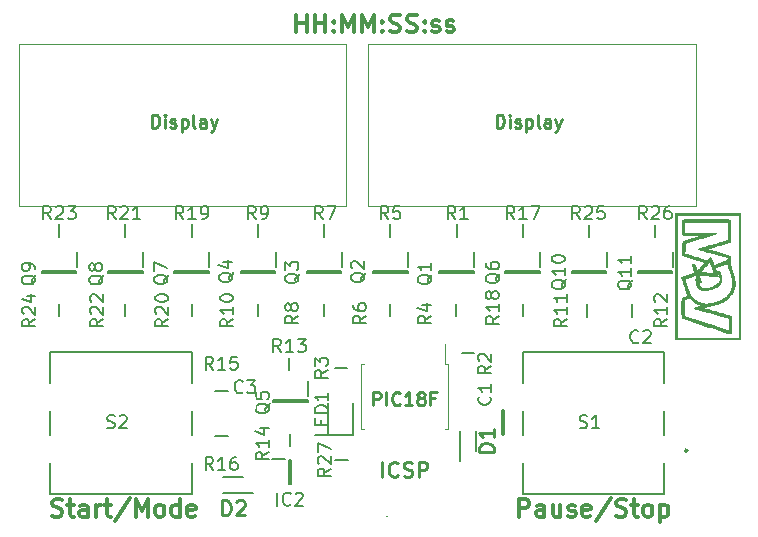
<source format=gbr>
%TF.GenerationSoftware,KiCad,Pcbnew,(5.1.10)-1*%
%TF.CreationDate,2021-09-21T22:06:55+02:00*%
%TF.ProjectId,StopWatch,53746f70-5761-4746-9368-2e6b69636164,rev?*%
%TF.SameCoordinates,Original*%
%TF.FileFunction,Legend,Top*%
%TF.FilePolarity,Positive*%
%FSLAX46Y46*%
G04 Gerber Fmt 4.6, Leading zero omitted, Abs format (unit mm)*
G04 Created by KiCad (PCBNEW (5.1.10)-1) date 2021-09-21 22:06:55*
%MOMM*%
%LPD*%
G01*
G04 APERTURE LIST*
%ADD10C,0.275000*%
%ADD11C,0.300000*%
%ADD12C,0.250000*%
%ADD13C,0.200000*%
%ADD14C,0.120000*%
%ADD15C,0.010000*%
%ADD16C,0.254000*%
%ADD17C,1.850000*%
%ADD18C,1.550000*%
%ADD19C,0.889000*%
%ADD20R,1.075000X0.500000*%
%ADD21R,0.500000X1.075000*%
%ADD22C,1.500000*%
%ADD23R,1.500000X1.500000*%
%ADD24R,1.400000X1.000000*%
%ADD25R,1.000000X1.400000*%
%ADD26R,0.600000X1.250000*%
%ADD27R,1.050000X0.400000*%
%ADD28C,2.100000*%
%ADD29R,1.400000X0.950000*%
%ADD30R,1.470000X1.050000*%
%ADD31R,1.050000X1.470000*%
G04 APERTURE END LIST*
D10*
X70302380Y-41497619D02*
X70302380Y-40397619D01*
X70564285Y-40397619D01*
X70721428Y-40450000D01*
X70826190Y-40554761D01*
X70878571Y-40659523D01*
X70930952Y-40869047D01*
X70930952Y-41026190D01*
X70878571Y-41235714D01*
X70826190Y-41340476D01*
X70721428Y-41445238D01*
X70564285Y-41497619D01*
X70302380Y-41497619D01*
X71402380Y-41497619D02*
X71402380Y-40764285D01*
X71402380Y-40397619D02*
X71350000Y-40450000D01*
X71402380Y-40502380D01*
X71454761Y-40450000D01*
X71402380Y-40397619D01*
X71402380Y-40502380D01*
X71873809Y-41445238D02*
X71978571Y-41497619D01*
X72188095Y-41497619D01*
X72292857Y-41445238D01*
X72345238Y-41340476D01*
X72345238Y-41288095D01*
X72292857Y-41183333D01*
X72188095Y-41130952D01*
X72030952Y-41130952D01*
X71926190Y-41078571D01*
X71873809Y-40973809D01*
X71873809Y-40921428D01*
X71926190Y-40816666D01*
X72030952Y-40764285D01*
X72188095Y-40764285D01*
X72292857Y-40816666D01*
X72816666Y-40764285D02*
X72816666Y-41864285D01*
X72816666Y-40816666D02*
X72921428Y-40764285D01*
X73130952Y-40764285D01*
X73235714Y-40816666D01*
X73288095Y-40869047D01*
X73340476Y-40973809D01*
X73340476Y-41288095D01*
X73288095Y-41392857D01*
X73235714Y-41445238D01*
X73130952Y-41497619D01*
X72921428Y-41497619D01*
X72816666Y-41445238D01*
X73969047Y-41497619D02*
X73864285Y-41445238D01*
X73811904Y-41340476D01*
X73811904Y-40397619D01*
X74859523Y-41497619D02*
X74859523Y-40921428D01*
X74807142Y-40816666D01*
X74702380Y-40764285D01*
X74492857Y-40764285D01*
X74388095Y-40816666D01*
X74859523Y-41445238D02*
X74754761Y-41497619D01*
X74492857Y-41497619D01*
X74388095Y-41445238D01*
X74335714Y-41340476D01*
X74335714Y-41235714D01*
X74388095Y-41130952D01*
X74492857Y-41078571D01*
X74754761Y-41078571D01*
X74859523Y-41026190D01*
X75278571Y-40764285D02*
X75540476Y-41497619D01*
X75802380Y-40764285D02*
X75540476Y-41497619D01*
X75435714Y-41759523D01*
X75383333Y-41811904D01*
X75278571Y-41864285D01*
D11*
X72214285Y-74428571D02*
X72214285Y-72928571D01*
X72785714Y-72928571D01*
X72928571Y-73000000D01*
X73000000Y-73071428D01*
X73071428Y-73214285D01*
X73071428Y-73428571D01*
X73000000Y-73571428D01*
X72928571Y-73642857D01*
X72785714Y-73714285D01*
X72214285Y-73714285D01*
X74357142Y-74428571D02*
X74357142Y-73642857D01*
X74285714Y-73500000D01*
X74142857Y-73428571D01*
X73857142Y-73428571D01*
X73714285Y-73500000D01*
X74357142Y-74357142D02*
X74214285Y-74428571D01*
X73857142Y-74428571D01*
X73714285Y-74357142D01*
X73642857Y-74214285D01*
X73642857Y-74071428D01*
X73714285Y-73928571D01*
X73857142Y-73857142D01*
X74214285Y-73857142D01*
X74357142Y-73785714D01*
X75714285Y-73428571D02*
X75714285Y-74428571D01*
X75071428Y-73428571D02*
X75071428Y-74214285D01*
X75142857Y-74357142D01*
X75285714Y-74428571D01*
X75500000Y-74428571D01*
X75642857Y-74357142D01*
X75714285Y-74285714D01*
X76357142Y-74357142D02*
X76500000Y-74428571D01*
X76785714Y-74428571D01*
X76928571Y-74357142D01*
X77000000Y-74214285D01*
X77000000Y-74142857D01*
X76928571Y-74000000D01*
X76785714Y-73928571D01*
X76571428Y-73928571D01*
X76428571Y-73857142D01*
X76357142Y-73714285D01*
X76357142Y-73642857D01*
X76428571Y-73500000D01*
X76571428Y-73428571D01*
X76785714Y-73428571D01*
X76928571Y-73500000D01*
X78214285Y-74357142D02*
X78071428Y-74428571D01*
X77785714Y-74428571D01*
X77642857Y-74357142D01*
X77571428Y-74214285D01*
X77571428Y-73642857D01*
X77642857Y-73500000D01*
X77785714Y-73428571D01*
X78071428Y-73428571D01*
X78214285Y-73500000D01*
X78285714Y-73642857D01*
X78285714Y-73785714D01*
X77571428Y-73928571D01*
X80000000Y-72857142D02*
X78714285Y-74785714D01*
X80428571Y-74357142D02*
X80642857Y-74428571D01*
X81000000Y-74428571D01*
X81142857Y-74357142D01*
X81214285Y-74285714D01*
X81285714Y-74142857D01*
X81285714Y-74000000D01*
X81214285Y-73857142D01*
X81142857Y-73785714D01*
X81000000Y-73714285D01*
X80714285Y-73642857D01*
X80571428Y-73571428D01*
X80500000Y-73500000D01*
X80428571Y-73357142D01*
X80428571Y-73214285D01*
X80500000Y-73071428D01*
X80571428Y-73000000D01*
X80714285Y-72928571D01*
X81071428Y-72928571D01*
X81285714Y-73000000D01*
X81714285Y-73428571D02*
X82285714Y-73428571D01*
X81928571Y-72928571D02*
X81928571Y-74214285D01*
X82000000Y-74357142D01*
X82142857Y-74428571D01*
X82285714Y-74428571D01*
X83000000Y-74428571D02*
X82857142Y-74357142D01*
X82785714Y-74285714D01*
X82714285Y-74142857D01*
X82714285Y-73714285D01*
X82785714Y-73571428D01*
X82857142Y-73500000D01*
X83000000Y-73428571D01*
X83214285Y-73428571D01*
X83357142Y-73500000D01*
X83428571Y-73571428D01*
X83500000Y-73714285D01*
X83500000Y-74142857D01*
X83428571Y-74285714D01*
X83357142Y-74357142D01*
X83214285Y-74428571D01*
X83000000Y-74428571D01*
X84142857Y-73428571D02*
X84142857Y-74928571D01*
X84142857Y-73500000D02*
X84285714Y-73428571D01*
X84571428Y-73428571D01*
X84714285Y-73500000D01*
X84785714Y-73571428D01*
X84857142Y-73714285D01*
X84857142Y-74142857D01*
X84785714Y-74285714D01*
X84714285Y-74357142D01*
X84571428Y-74428571D01*
X84285714Y-74428571D01*
X84142857Y-74357142D01*
X32678571Y-74357142D02*
X32892857Y-74428571D01*
X33250000Y-74428571D01*
X33392857Y-74357142D01*
X33464285Y-74285714D01*
X33535714Y-74142857D01*
X33535714Y-74000000D01*
X33464285Y-73857142D01*
X33392857Y-73785714D01*
X33250000Y-73714285D01*
X32964285Y-73642857D01*
X32821428Y-73571428D01*
X32750000Y-73500000D01*
X32678571Y-73357142D01*
X32678571Y-73214285D01*
X32750000Y-73071428D01*
X32821428Y-73000000D01*
X32964285Y-72928571D01*
X33321428Y-72928571D01*
X33535714Y-73000000D01*
X33964285Y-73428571D02*
X34535714Y-73428571D01*
X34178571Y-72928571D02*
X34178571Y-74214285D01*
X34250000Y-74357142D01*
X34392857Y-74428571D01*
X34535714Y-74428571D01*
X35678571Y-74428571D02*
X35678571Y-73642857D01*
X35607142Y-73500000D01*
X35464285Y-73428571D01*
X35178571Y-73428571D01*
X35035714Y-73500000D01*
X35678571Y-74357142D02*
X35535714Y-74428571D01*
X35178571Y-74428571D01*
X35035714Y-74357142D01*
X34964285Y-74214285D01*
X34964285Y-74071428D01*
X35035714Y-73928571D01*
X35178571Y-73857142D01*
X35535714Y-73857142D01*
X35678571Y-73785714D01*
X36392857Y-74428571D02*
X36392857Y-73428571D01*
X36392857Y-73714285D02*
X36464285Y-73571428D01*
X36535714Y-73500000D01*
X36678571Y-73428571D01*
X36821428Y-73428571D01*
X37107142Y-73428571D02*
X37678571Y-73428571D01*
X37321428Y-72928571D02*
X37321428Y-74214285D01*
X37392857Y-74357142D01*
X37535714Y-74428571D01*
X37678571Y-74428571D01*
X39250000Y-72857142D02*
X37964285Y-74785714D01*
X39750000Y-74428571D02*
X39750000Y-72928571D01*
X40250000Y-74000000D01*
X40750000Y-72928571D01*
X40750000Y-74428571D01*
X41678571Y-74428571D02*
X41535714Y-74357142D01*
X41464285Y-74285714D01*
X41392857Y-74142857D01*
X41392857Y-73714285D01*
X41464285Y-73571428D01*
X41535714Y-73500000D01*
X41678571Y-73428571D01*
X41892857Y-73428571D01*
X42035714Y-73500000D01*
X42107142Y-73571428D01*
X42178571Y-73714285D01*
X42178571Y-74142857D01*
X42107142Y-74285714D01*
X42035714Y-74357142D01*
X41892857Y-74428571D01*
X41678571Y-74428571D01*
X43464285Y-74428571D02*
X43464285Y-72928571D01*
X43464285Y-74357142D02*
X43321428Y-74428571D01*
X43035714Y-74428571D01*
X42892857Y-74357142D01*
X42821428Y-74285714D01*
X42750000Y-74142857D01*
X42750000Y-73714285D01*
X42821428Y-73571428D01*
X42892857Y-73500000D01*
X43035714Y-73428571D01*
X43321428Y-73428571D01*
X43464285Y-73500000D01*
X44750000Y-74357142D02*
X44607142Y-74428571D01*
X44321428Y-74428571D01*
X44178571Y-74357142D01*
X44107142Y-74214285D01*
X44107142Y-73642857D01*
X44178571Y-73500000D01*
X44321428Y-73428571D01*
X44607142Y-73428571D01*
X44750000Y-73500000D01*
X44821428Y-73642857D01*
X44821428Y-73785714D01*
X44107142Y-73928571D01*
X53357142Y-33428571D02*
X53357142Y-31928571D01*
X53357142Y-32642857D02*
X54214285Y-32642857D01*
X54214285Y-33428571D02*
X54214285Y-31928571D01*
X54928571Y-33428571D02*
X54928571Y-31928571D01*
X54928571Y-32642857D02*
X55785714Y-32642857D01*
X55785714Y-33428571D02*
X55785714Y-31928571D01*
X56500000Y-33285714D02*
X56571428Y-33357142D01*
X56500000Y-33428571D01*
X56428571Y-33357142D01*
X56500000Y-33285714D01*
X56500000Y-33428571D01*
X56500000Y-32500000D02*
X56571428Y-32571428D01*
X56500000Y-32642857D01*
X56428571Y-32571428D01*
X56500000Y-32500000D01*
X56500000Y-32642857D01*
X57214285Y-33428571D02*
X57214285Y-31928571D01*
X57714285Y-33000000D01*
X58214285Y-31928571D01*
X58214285Y-33428571D01*
X58928571Y-33428571D02*
X58928571Y-31928571D01*
X59428571Y-33000000D01*
X59928571Y-31928571D01*
X59928571Y-33428571D01*
X60642857Y-33285714D02*
X60714285Y-33357142D01*
X60642857Y-33428571D01*
X60571428Y-33357142D01*
X60642857Y-33285714D01*
X60642857Y-33428571D01*
X60642857Y-32500000D02*
X60714285Y-32571428D01*
X60642857Y-32642857D01*
X60571428Y-32571428D01*
X60642857Y-32500000D01*
X60642857Y-32642857D01*
X61285714Y-33357142D02*
X61500000Y-33428571D01*
X61857142Y-33428571D01*
X62000000Y-33357142D01*
X62071428Y-33285714D01*
X62142857Y-33142857D01*
X62142857Y-33000000D01*
X62071428Y-32857142D01*
X62000000Y-32785714D01*
X61857142Y-32714285D01*
X61571428Y-32642857D01*
X61428571Y-32571428D01*
X61357142Y-32500000D01*
X61285714Y-32357142D01*
X61285714Y-32214285D01*
X61357142Y-32071428D01*
X61428571Y-32000000D01*
X61571428Y-31928571D01*
X61928571Y-31928571D01*
X62142857Y-32000000D01*
X62714285Y-33357142D02*
X62928571Y-33428571D01*
X63285714Y-33428571D01*
X63428571Y-33357142D01*
X63500000Y-33285714D01*
X63571428Y-33142857D01*
X63571428Y-33000000D01*
X63500000Y-32857142D01*
X63428571Y-32785714D01*
X63285714Y-32714285D01*
X63000000Y-32642857D01*
X62857142Y-32571428D01*
X62785714Y-32500000D01*
X62714285Y-32357142D01*
X62714285Y-32214285D01*
X62785714Y-32071428D01*
X62857142Y-32000000D01*
X63000000Y-31928571D01*
X63357142Y-31928571D01*
X63571428Y-32000000D01*
X64214285Y-33285714D02*
X64285714Y-33357142D01*
X64214285Y-33428571D01*
X64142857Y-33357142D01*
X64214285Y-33285714D01*
X64214285Y-33428571D01*
X64214285Y-32500000D02*
X64285714Y-32571428D01*
X64214285Y-32642857D01*
X64142857Y-32571428D01*
X64214285Y-32500000D01*
X64214285Y-32642857D01*
X64857142Y-33357142D02*
X65000000Y-33428571D01*
X65285714Y-33428571D01*
X65428571Y-33357142D01*
X65500000Y-33214285D01*
X65500000Y-33142857D01*
X65428571Y-33000000D01*
X65285714Y-32928571D01*
X65071428Y-32928571D01*
X64928571Y-32857142D01*
X64857142Y-32714285D01*
X64857142Y-32642857D01*
X64928571Y-32500000D01*
X65071428Y-32428571D01*
X65285714Y-32428571D01*
X65428571Y-32500000D01*
X66071428Y-33357142D02*
X66214285Y-33428571D01*
X66500000Y-33428571D01*
X66642857Y-33357142D01*
X66714285Y-33214285D01*
X66714285Y-33142857D01*
X66642857Y-33000000D01*
X66500000Y-32928571D01*
X66285714Y-32928571D01*
X66142857Y-32857142D01*
X66071428Y-32714285D01*
X66071428Y-32642857D01*
X66142857Y-32500000D01*
X66285714Y-32428571D01*
X66500000Y-32428571D01*
X66642857Y-32500000D01*
X70821428Y-65507619D02*
X70821428Y-67412380D01*
D10*
X41122380Y-41497619D02*
X41122380Y-40397619D01*
X41384285Y-40397619D01*
X41541428Y-40450000D01*
X41646190Y-40554761D01*
X41698571Y-40659523D01*
X41750952Y-40869047D01*
X41750952Y-41026190D01*
X41698571Y-41235714D01*
X41646190Y-41340476D01*
X41541428Y-41445238D01*
X41384285Y-41497619D01*
X41122380Y-41497619D01*
X42222380Y-41497619D02*
X42222380Y-40764285D01*
X42222380Y-40397619D02*
X42170000Y-40450000D01*
X42222380Y-40502380D01*
X42274761Y-40450000D01*
X42222380Y-40397619D01*
X42222380Y-40502380D01*
X42693809Y-41445238D02*
X42798571Y-41497619D01*
X43008095Y-41497619D01*
X43112857Y-41445238D01*
X43165238Y-41340476D01*
X43165238Y-41288095D01*
X43112857Y-41183333D01*
X43008095Y-41130952D01*
X42850952Y-41130952D01*
X42746190Y-41078571D01*
X42693809Y-40973809D01*
X42693809Y-40921428D01*
X42746190Y-40816666D01*
X42850952Y-40764285D01*
X43008095Y-40764285D01*
X43112857Y-40816666D01*
X43636666Y-40764285D02*
X43636666Y-41864285D01*
X43636666Y-40816666D02*
X43741428Y-40764285D01*
X43950952Y-40764285D01*
X44055714Y-40816666D01*
X44108095Y-40869047D01*
X44160476Y-40973809D01*
X44160476Y-41288095D01*
X44108095Y-41392857D01*
X44055714Y-41445238D01*
X43950952Y-41497619D01*
X43741428Y-41497619D01*
X43636666Y-41445238D01*
X44789047Y-41497619D02*
X44684285Y-41445238D01*
X44631904Y-41340476D01*
X44631904Y-40397619D01*
X45679523Y-41497619D02*
X45679523Y-40921428D01*
X45627142Y-40816666D01*
X45522380Y-40764285D01*
X45312857Y-40764285D01*
X45208095Y-40816666D01*
X45679523Y-41445238D02*
X45574761Y-41497619D01*
X45312857Y-41497619D01*
X45208095Y-41445238D01*
X45155714Y-41340476D01*
X45155714Y-41235714D01*
X45208095Y-41130952D01*
X45312857Y-41078571D01*
X45574761Y-41078571D01*
X45679523Y-41026190D01*
X46098571Y-40764285D02*
X46360476Y-41497619D01*
X46622380Y-40764285D02*
X46360476Y-41497619D01*
X46255714Y-41759523D01*
X46203333Y-41811904D01*
X46098571Y-41864285D01*
D11*
D12*
X59880952Y-64997619D02*
X59880952Y-63897619D01*
X60300000Y-63897619D01*
X60404761Y-63950000D01*
X60457142Y-64002380D01*
X60509523Y-64107142D01*
X60509523Y-64264285D01*
X60457142Y-64369047D01*
X60404761Y-64421428D01*
X60300000Y-64473809D01*
X59880952Y-64473809D01*
X60980952Y-64997619D02*
X60980952Y-63897619D01*
X62133333Y-64892857D02*
X62080952Y-64945238D01*
X61923809Y-64997619D01*
X61819047Y-64997619D01*
X61661904Y-64945238D01*
X61557142Y-64840476D01*
X61504761Y-64735714D01*
X61452380Y-64526190D01*
X61452380Y-64369047D01*
X61504761Y-64159523D01*
X61557142Y-64054761D01*
X61661904Y-63950000D01*
X61819047Y-63897619D01*
X61923809Y-63897619D01*
X62080952Y-63950000D01*
X62133333Y-64002380D01*
X63180952Y-64997619D02*
X62552380Y-64997619D01*
X62866666Y-64997619D02*
X62866666Y-63897619D01*
X62761904Y-64054761D01*
X62657142Y-64159523D01*
X62552380Y-64211904D01*
X63809523Y-64369047D02*
X63704761Y-64316666D01*
X63652380Y-64264285D01*
X63600000Y-64159523D01*
X63600000Y-64107142D01*
X63652380Y-64002380D01*
X63704761Y-63950000D01*
X63809523Y-63897619D01*
X64019047Y-63897619D01*
X64123809Y-63950000D01*
X64176190Y-64002380D01*
X64228571Y-64107142D01*
X64228571Y-64159523D01*
X64176190Y-64264285D01*
X64123809Y-64316666D01*
X64019047Y-64369047D01*
X63809523Y-64369047D01*
X63704761Y-64421428D01*
X63652380Y-64473809D01*
X63600000Y-64578571D01*
X63600000Y-64788095D01*
X63652380Y-64892857D01*
X63704761Y-64945238D01*
X63809523Y-64997619D01*
X64019047Y-64997619D01*
X64123809Y-64945238D01*
X64176190Y-64892857D01*
X64228571Y-64788095D01*
X64228571Y-64578571D01*
X64176190Y-64473809D01*
X64123809Y-64421428D01*
X64019047Y-64369047D01*
X65066666Y-64421428D02*
X64700000Y-64421428D01*
X64700000Y-64997619D02*
X64700000Y-63897619D01*
X65223809Y-63897619D01*
D13*
%TO.C,S2*%
X32502000Y-60506000D02*
X44502000Y-60506000D01*
X44502000Y-72506000D02*
X32502000Y-72506000D01*
X32502000Y-72506000D02*
X32502000Y-69906000D01*
X32502000Y-60506000D02*
X32502000Y-63106000D01*
X32502000Y-65481000D02*
X32502000Y-67531000D01*
X44502000Y-60506000D02*
X44502000Y-63106000D01*
X44502000Y-65481000D02*
X44502000Y-67531000D01*
X44502000Y-72506000D02*
X44502000Y-69906000D01*
D14*
%TO.C,IC1*%
X58790000Y-64250000D02*
X58790000Y-67010000D01*
X58790000Y-67010000D02*
X59065000Y-67010000D01*
X58790000Y-64250000D02*
X58790000Y-61490000D01*
X58790000Y-61490000D02*
X59065000Y-61490000D01*
X66210000Y-64250000D02*
X66210000Y-67010000D01*
X66210000Y-67010000D02*
X65935000Y-67010000D01*
X66210000Y-64250000D02*
X66210000Y-61490000D01*
X66210000Y-61490000D02*
X65935000Y-61490000D01*
X65935000Y-61490000D02*
X65935000Y-59800000D01*
D13*
%TO.C,J1*%
X61016000Y-74399000D02*
G75*
G03*
X61016000Y-74399000I-63000J0D01*
G01*
%TO.C,D2*%
X49700000Y-72400000D02*
X47150000Y-72400000D01*
X48850000Y-71100000D02*
X47150000Y-71100000D01*
%TO.C,D1*%
X67220000Y-69700000D02*
X67220000Y-67150000D01*
X68520000Y-68850000D02*
X68520000Y-67150000D01*
D14*
%TO.C,U3*%
X59460000Y-48120000D02*
X59460000Y-34420000D01*
X87150000Y-34420000D02*
X59460000Y-34420000D01*
X59460000Y-48120000D02*
X87150000Y-48120000D01*
X87150000Y-48120000D02*
X87150000Y-34420000D01*
%TO.C,U1*%
X57540000Y-34420000D02*
X29850000Y-34420000D01*
X57540000Y-48120000D02*
X57540000Y-34420000D01*
X29850000Y-48120000D02*
X57540000Y-48120000D01*
X29850000Y-48120000D02*
X29850000Y-34420000D01*
D13*
%TO.C,R27*%
X57706800Y-69618500D02*
X56656800Y-69618500D01*
%TO.C,R26*%
X83730000Y-49715000D02*
X83730000Y-50765000D01*
%TO.C,R25*%
X78123700Y-49705000D02*
X78123700Y-50755000D01*
%TO.C,R24*%
X33273400Y-56435000D02*
X33273400Y-57485000D01*
%TO.C,R23*%
X33273400Y-49696000D02*
X33273400Y-50746000D01*
%TO.C,R22*%
X38877200Y-57485000D02*
X38877200Y-56435000D01*
%TO.C,R21*%
X38879700Y-49696000D02*
X38879700Y-50746000D01*
%TO.C,R20*%
X44481000Y-57485000D02*
X44481000Y-56435000D01*
%TO.C,R19*%
X44486000Y-49696000D02*
X44486000Y-50746000D01*
%TO.C,R18*%
X72500000Y-56435000D02*
X72500000Y-57485000D01*
%TO.C,R17*%
X72517400Y-49696000D02*
X72517400Y-50746000D01*
%TO.C,Q11*%
X85190000Y-53647600D02*
X85190000Y-53797600D01*
X85190000Y-53797600D02*
X82270000Y-53797600D01*
X82270000Y-53797600D02*
X82270000Y-53647600D01*
X82270000Y-53647600D02*
X85190000Y-53647600D01*
X85235000Y-52047600D02*
X85235000Y-53297600D01*
%TO.C,Q10*%
X79583700Y-53646800D02*
X79583700Y-53796800D01*
X79583700Y-53796800D02*
X76663700Y-53796800D01*
X76663700Y-53796800D02*
X76663700Y-53646800D01*
X76663700Y-53646800D02*
X79583700Y-53646800D01*
X79628700Y-52046800D02*
X79628700Y-53296800D01*
%TO.C,Q9*%
X34733400Y-53651200D02*
X34733400Y-53801200D01*
X34733400Y-53801200D02*
X31813400Y-53801200D01*
X31813400Y-53801200D02*
X31813400Y-53651200D01*
X31813400Y-53651200D02*
X34733400Y-53651200D01*
X34778400Y-52051200D02*
X34778400Y-53301200D01*
%TO.C,Q8*%
X40339700Y-53651200D02*
X40339700Y-53801200D01*
X40339700Y-53801200D02*
X37419700Y-53801200D01*
X37419700Y-53801200D02*
X37419700Y-53651200D01*
X37419700Y-53651200D02*
X40339700Y-53651200D01*
X40384700Y-52051200D02*
X40384700Y-53301200D01*
%TO.C,Q7*%
X45946000Y-53651200D02*
X45946000Y-53801200D01*
X45946000Y-53801200D02*
X43026000Y-53801200D01*
X43026000Y-53801200D02*
X43026000Y-53651200D01*
X43026000Y-53651200D02*
X45946000Y-53651200D01*
X45991000Y-52051200D02*
X45991000Y-53301200D01*
%TO.C,Q6*%
X73977400Y-53651200D02*
X73977400Y-53801200D01*
X73977400Y-53801200D02*
X71057400Y-53801200D01*
X71057400Y-53801200D02*
X71057400Y-53651200D01*
X71057400Y-53651200D02*
X73977400Y-53651200D01*
X74022400Y-52051200D02*
X74022400Y-53301200D01*
%TO.C,IC2*%
X51322100Y-69590000D02*
X52372100Y-69590000D01*
X52722100Y-71715000D02*
X52722100Y-69665000D01*
X52872100Y-71715000D02*
X52722100Y-71715000D01*
X52872100Y-69665000D02*
X52872100Y-71715000D01*
X52722100Y-69665000D02*
X52872100Y-69665000D01*
D15*
%TO.C,G\u002A\u002A\u002A*%
G36*
X88185625Y-59418624D02*
G01*
X85428666Y-59423684D01*
X85428666Y-48735441D01*
X88185625Y-48740502D01*
X90805000Y-48745310D01*
X90805000Y-48883146D01*
X85619166Y-48883146D01*
X85619166Y-59275980D01*
X90805000Y-59275980D01*
X90805000Y-48883146D01*
X90805000Y-48745310D01*
X90942583Y-48745563D01*
X90942583Y-59413563D01*
X88185625Y-59418624D01*
G37*
X88185625Y-59418624D02*
X85428666Y-59423684D01*
X85428666Y-48735441D01*
X88185625Y-48740502D01*
X90805000Y-48745310D01*
X90805000Y-48883146D01*
X85619166Y-48883146D01*
X85619166Y-59275980D01*
X90805000Y-59275980D01*
X90805000Y-48883146D01*
X90805000Y-48745310D01*
X90942583Y-48745563D01*
X90942583Y-59413563D01*
X88185625Y-59418624D01*
G36*
X90454578Y-54651063D02*
G01*
X90453595Y-54776837D01*
X90450709Y-54871392D01*
X90444429Y-54945842D01*
X90433264Y-55011299D01*
X90415721Y-55078876D01*
X90390310Y-55159687D01*
X90383554Y-55180230D01*
X90345847Y-55284577D01*
X90302888Y-55388214D01*
X90261481Y-55475252D01*
X90243043Y-55508313D01*
X90206771Y-55560581D01*
X90152563Y-55629511D01*
X90086263Y-55708638D01*
X90013719Y-55791493D01*
X89940777Y-55871613D01*
X89873282Y-55942529D01*
X89817081Y-55997777D01*
X89778019Y-56030889D01*
X89764616Y-56037480D01*
X89737801Y-56048364D01*
X89687002Y-56076899D01*
X89623294Y-56116855D01*
X89536070Y-56173898D01*
X89476001Y-56212549D01*
X89434918Y-56237744D01*
X89404650Y-56254421D01*
X89377029Y-56267515D01*
X89365666Y-56272517D01*
X89306487Y-56298681D01*
X89249250Y-56324409D01*
X89129894Y-56372758D01*
X88980461Y-56424232D01*
X88812672Y-56475231D01*
X88638247Y-56522157D01*
X88497833Y-56555213D01*
X88377041Y-56582592D01*
X88250241Y-56613103D01*
X88124090Y-56644943D01*
X88005243Y-56676308D01*
X87900356Y-56705396D01*
X87816086Y-56730405D01*
X87759088Y-56749531D01*
X87736018Y-56760973D01*
X87735833Y-56761595D01*
X87752883Y-56776735D01*
X87765372Y-56778313D01*
X87790743Y-56783801D01*
X87853147Y-56799590D01*
X87948821Y-56824670D01*
X88074005Y-56858029D01*
X88224937Y-56898656D01*
X88397855Y-56945539D01*
X88588998Y-56997669D01*
X88794604Y-57054032D01*
X88945414Y-57095545D01*
X89203275Y-57166894D01*
X89422951Y-57228261D01*
X89607182Y-57280483D01*
X89758711Y-57324395D01*
X89880280Y-57360836D01*
X89974630Y-57390639D01*
X90044503Y-57414643D01*
X90092641Y-57433682D01*
X90121787Y-57448593D01*
X90132958Y-57457724D01*
X90143369Y-57473568D01*
X90151643Y-57496130D01*
X90158020Y-57530032D01*
X90162743Y-57579898D01*
X90166053Y-57650352D01*
X90168191Y-57746018D01*
X90169398Y-57871517D01*
X90169917Y-58031475D01*
X90170000Y-58167074D01*
X90169891Y-58352590D01*
X90169378Y-58500420D01*
X90168182Y-58615208D01*
X90166026Y-58701603D01*
X90162632Y-58764251D01*
X90157720Y-58807798D01*
X90151012Y-58836890D01*
X90142231Y-58856174D01*
X90131098Y-58870296D01*
X90127667Y-58873813D01*
X90063958Y-58908850D01*
X90005637Y-58916146D01*
X89977247Y-58909506D01*
X89912160Y-58890338D01*
X89813748Y-58859771D01*
X89685384Y-58818931D01*
X89530441Y-58768949D01*
X89352292Y-58710951D01*
X89154309Y-58646067D01*
X88939866Y-58575424D01*
X88712335Y-58500150D01*
X88475089Y-58421374D01*
X88231501Y-58340224D01*
X87984943Y-58257827D01*
X87738789Y-58175314D01*
X87496410Y-58093810D01*
X87261181Y-58014445D01*
X87036473Y-57938348D01*
X86825660Y-57866645D01*
X86632115Y-57800465D01*
X86459209Y-57740937D01*
X86310316Y-57689189D01*
X86188810Y-57646348D01*
X86098061Y-57613543D01*
X86041444Y-57591903D01*
X86025086Y-57584655D01*
X85985529Y-57551706D01*
X85970907Y-57528586D01*
X85967909Y-57500192D01*
X85965153Y-57434442D01*
X85962721Y-57336311D01*
X85960691Y-57210777D01*
X85959146Y-57062816D01*
X85958167Y-56897403D01*
X85957833Y-56723665D01*
X85957941Y-56522069D01*
X85958401Y-56358553D01*
X85959425Y-56228863D01*
X85961218Y-56128746D01*
X85963990Y-56053947D01*
X85967950Y-56000214D01*
X85973305Y-55963293D01*
X85980265Y-55938930D01*
X85989037Y-55922872D01*
X85997549Y-55913097D01*
X86033988Y-55889856D01*
X86100246Y-55859155D01*
X86185588Y-55825678D01*
X86246257Y-55804630D01*
X86335221Y-55774308D01*
X86409403Y-55747052D01*
X86459329Y-55726459D01*
X86474773Y-55717931D01*
X86479765Y-55687025D01*
X86461676Y-55633746D01*
X86460152Y-55630606D01*
X86378084Y-55456392D01*
X86315858Y-55306254D01*
X86269181Y-55169490D01*
X86254065Y-55116730D01*
X86225032Y-55019999D01*
X86191541Y-54923554D01*
X86160421Y-54846939D01*
X86157912Y-54841563D01*
X86138766Y-54793856D01*
X86112401Y-54718435D01*
X86081608Y-54624449D01*
X86049180Y-54521048D01*
X86017909Y-54417382D01*
X85990587Y-54322601D01*
X85970006Y-54245855D01*
X85958959Y-54196295D01*
X85957833Y-54185878D01*
X85975291Y-54169846D01*
X86018158Y-54147693D01*
X86026625Y-54144076D01*
X86153573Y-54091928D01*
X86269185Y-54045547D01*
X86367269Y-54007324D01*
X86441637Y-53979651D01*
X86486097Y-53964919D01*
X86494897Y-53963146D01*
X86528124Y-53955596D01*
X86588429Y-53935337D01*
X86667072Y-53905956D01*
X86755317Y-53871039D01*
X86844425Y-53834175D01*
X86925657Y-53798951D01*
X86990276Y-53768952D01*
X87029543Y-53747766D01*
X87037333Y-53740477D01*
X87030089Y-53711910D01*
X87010784Y-53654612D01*
X86983054Y-53579170D01*
X86971829Y-53549913D01*
X86932984Y-53447521D01*
X86892546Y-53337331D01*
X86858880Y-53242160D01*
X86857118Y-53237015D01*
X86807911Y-53092968D01*
X86859122Y-53072974D01*
X86921117Y-53048778D01*
X86963840Y-53032112D01*
X87005329Y-53022107D01*
X87028020Y-53040508D01*
X87036248Y-53058571D01*
X87050570Y-53095466D01*
X87076412Y-53163001D01*
X87110354Y-53252205D01*
X87148976Y-53354109D01*
X87157023Y-53375387D01*
X87258896Y-53644878D01*
X87301573Y-53595345D01*
X87328974Y-53565077D01*
X87380360Y-53509712D01*
X87450521Y-53434812D01*
X87534246Y-53345936D01*
X87626324Y-53248644D01*
X87640583Y-53233616D01*
X87730806Y-53137555D01*
X87810617Y-53050660D01*
X87875506Y-52977997D01*
X87920964Y-52924636D01*
X87942480Y-52895645D01*
X87943526Y-52893165D01*
X87932444Y-52870543D01*
X87911776Y-52867054D01*
X87882421Y-52861580D01*
X87818026Y-52845054D01*
X87723973Y-52819007D01*
X87605643Y-52784971D01*
X87468417Y-52744476D01*
X87317676Y-52699052D01*
X87270166Y-52684553D01*
X87018666Y-52607508D01*
X86804596Y-52541723D01*
X86624877Y-52486160D01*
X86476433Y-52439782D01*
X86356185Y-52401550D01*
X86261056Y-52370425D01*
X86187968Y-52345371D01*
X86133844Y-52325348D01*
X86095605Y-52309318D01*
X86070175Y-52296244D01*
X86054474Y-52285087D01*
X86045426Y-52274808D01*
X86042908Y-52270576D01*
X86036074Y-52236453D01*
X86030339Y-52164396D01*
X86025873Y-52058792D01*
X86022844Y-51924029D01*
X86021421Y-51764496D01*
X86021333Y-51710288D01*
X86021191Y-51539495D01*
X86022139Y-51405787D01*
X86026240Y-51303925D01*
X86035554Y-51228673D01*
X86052145Y-51174792D01*
X86078072Y-51137046D01*
X86115400Y-51110195D01*
X86166188Y-51089003D01*
X86232499Y-51068232D01*
X86279646Y-51054081D01*
X86341887Y-51035177D01*
X86438509Y-51005914D01*
X86563360Y-50968153D01*
X86710287Y-50923753D01*
X86873139Y-50874573D01*
X87045764Y-50822472D01*
X87175860Y-50783227D01*
X87896471Y-50565896D01*
X87002295Y-50572247D01*
X86784366Y-50573744D01*
X86604823Y-50574745D01*
X86459721Y-50575093D01*
X86345111Y-50574633D01*
X86257050Y-50573208D01*
X86191590Y-50570663D01*
X86144785Y-50566842D01*
X86112690Y-50561589D01*
X86091358Y-50554748D01*
X86076843Y-50546163D01*
X86065200Y-50535679D01*
X86064726Y-50535205D01*
X86051776Y-50520516D01*
X86041694Y-50502070D01*
X86034122Y-50474796D01*
X86028701Y-50433622D01*
X86025073Y-50373477D01*
X86022881Y-50289288D01*
X86021767Y-50175984D01*
X86021373Y-50028493D01*
X86021333Y-49920313D01*
X86021478Y-49749491D01*
X86022144Y-49615941D01*
X86023680Y-49514602D01*
X86026436Y-49440414D01*
X86030761Y-49388315D01*
X86037004Y-49353245D01*
X86045513Y-49330142D01*
X86056637Y-49313946D01*
X86063667Y-49306480D01*
X86071603Y-49299284D01*
X86081855Y-49292954D01*
X86097026Y-49287433D01*
X86119720Y-49282667D01*
X86152542Y-49278600D01*
X86198095Y-49275176D01*
X86211833Y-49274537D01*
X86211833Y-49454646D01*
X86211833Y-50388221D01*
X87561208Y-50384714D01*
X87833692Y-50384054D01*
X88066891Y-50383647D01*
X88263849Y-50383572D01*
X88427615Y-50383906D01*
X88561236Y-50384724D01*
X88667757Y-50386106D01*
X88750227Y-50388126D01*
X88811691Y-50390864D01*
X88855196Y-50394395D01*
X88883790Y-50398797D01*
X88900519Y-50404147D01*
X88908430Y-50410522D01*
X88910569Y-50417999D01*
X88910583Y-50418851D01*
X88905137Y-50428113D01*
X88887031Y-50440130D01*
X88853612Y-50455776D01*
X88802226Y-50475927D01*
X88730221Y-50501457D01*
X88634944Y-50533241D01*
X88513742Y-50572152D01*
X88363961Y-50619065D01*
X88182950Y-50674855D01*
X87968054Y-50740397D01*
X87716620Y-50816564D01*
X87566500Y-50861884D01*
X86222416Y-51267271D01*
X86216708Y-51714319D01*
X86210999Y-52161367D01*
X86449541Y-52235240D01*
X86650157Y-52297196D01*
X86853201Y-52359582D01*
X87054533Y-52421152D01*
X87250009Y-52480659D01*
X87435491Y-52536856D01*
X87606835Y-52588496D01*
X87759900Y-52634333D01*
X87890546Y-52673119D01*
X87994631Y-52703607D01*
X88068014Y-52724552D01*
X88106552Y-52734706D01*
X88111067Y-52735479D01*
X88142726Y-52719424D01*
X88152823Y-52706632D01*
X88198138Y-52641239D01*
X88253973Y-52577045D01*
X88310943Y-52523223D01*
X88323466Y-52514413D01*
X88323466Y-52845530D01*
X88160472Y-53018047D01*
X88085589Y-53097326D01*
X87992018Y-53196421D01*
X87890123Y-53304357D01*
X87790266Y-53410157D01*
X87759363Y-53442905D01*
X87662474Y-53547701D01*
X87595419Y-53625287D01*
X87556973Y-53677219D01*
X87545913Y-53705052D01*
X87549166Y-53709944D01*
X87582509Y-53718458D01*
X87645798Y-53727813D01*
X87726725Y-53736268D01*
X87746416Y-53737892D01*
X87849861Y-53746756D01*
X87972475Y-53758392D01*
X88091389Y-53770608D01*
X88116833Y-53773382D01*
X88310725Y-53794048D01*
X88463204Y-53808565D01*
X88574735Y-53816967D01*
X88645785Y-53819288D01*
X88676820Y-53815562D01*
X88678115Y-53814389D01*
X88673632Y-53791243D01*
X88656106Y-53735369D01*
X88627843Y-53653493D01*
X88591149Y-53552342D01*
X88558065Y-53464146D01*
X88510833Y-53339887D01*
X88464397Y-53217633D01*
X88422755Y-53107912D01*
X88389901Y-53021249D01*
X88376674Y-52986297D01*
X88323466Y-52845530D01*
X88323466Y-52514413D01*
X88359666Y-52488945D01*
X88383142Y-52481480D01*
X88406143Y-52486400D01*
X88427558Y-52505520D01*
X88451341Y-52545382D01*
X88481448Y-52612526D01*
X88518946Y-52706102D01*
X88558422Y-52808702D01*
X88595667Y-52908371D01*
X88625737Y-52991733D01*
X88640183Y-53034185D01*
X88661841Y-53092785D01*
X88680949Y-53130285D01*
X88689028Y-53137646D01*
X88716532Y-53130340D01*
X88772846Y-53111027D01*
X88847552Y-53083614D01*
X88930232Y-53052011D01*
X89010470Y-53020125D01*
X89077846Y-52991863D01*
X89079011Y-52991353D01*
X89149489Y-52961471D01*
X89215993Y-52934839D01*
X89228083Y-52930268D01*
X89387377Y-52870477D01*
X89510802Y-52822461D01*
X89602577Y-52784389D01*
X89666921Y-52754430D01*
X89708051Y-52730755D01*
X89729037Y-52712927D01*
X89754290Y-52694306D01*
X89754290Y-53005222D01*
X89726989Y-53007090D01*
X89668011Y-53022524D01*
X89584909Y-53049194D01*
X89485242Y-53084770D01*
X89436790Y-53103145D01*
X89313846Y-53150623D01*
X89186807Y-53199693D01*
X89069456Y-53245029D01*
X88975577Y-53281307D01*
X88963500Y-53285975D01*
X88883626Y-53317158D01*
X88820286Y-53342466D01*
X88782717Y-53358179D01*
X88776516Y-53361249D01*
X88778626Y-53383142D01*
X88793244Y-53431209D01*
X88815577Y-53492989D01*
X88840833Y-53556017D01*
X88864222Y-53607833D01*
X88880950Y-53635973D01*
X88882715Y-53637462D01*
X88912630Y-53639308D01*
X88968032Y-53631082D01*
X89005344Y-53622559D01*
X89064004Y-53610217D01*
X89064004Y-53797873D01*
X89003939Y-53818811D01*
X88943875Y-53839750D01*
X88985129Y-53948323D01*
X89006957Y-54018287D01*
X89011641Y-54064742D01*
X89007058Y-54076221D01*
X88976614Y-54082532D01*
X88905241Y-54082119D01*
X88793795Y-54075044D01*
X88643132Y-54061371D01*
X88454109Y-54041161D01*
X88328500Y-54026619D01*
X88206776Y-54012881D01*
X88073903Y-53999038D01*
X87936478Y-53985649D01*
X87801102Y-53973276D01*
X87674374Y-53962480D01*
X87562894Y-53953821D01*
X87473260Y-53947859D01*
X87412071Y-53945157D01*
X87385929Y-53946273D01*
X87385584Y-53946506D01*
X87387122Y-53970260D01*
X87401559Y-54022587D01*
X87425888Y-54092827D01*
X87429852Y-54103326D01*
X87457327Y-54176844D01*
X87488608Y-54262817D01*
X87520377Y-54351817D01*
X87549316Y-54434416D01*
X87572106Y-54501185D01*
X87585430Y-54542696D01*
X87587519Y-54551273D01*
X87569998Y-54562252D01*
X87524996Y-54583755D01*
X87488853Y-54599674D01*
X87426862Y-54623335D01*
X87388089Y-54624638D01*
X87362761Y-54597897D01*
X87341100Y-54537428D01*
X87333086Y-54509082D01*
X87313403Y-54454586D01*
X87292407Y-54419722D01*
X87288490Y-54416473D01*
X87274150Y-54418689D01*
X87277882Y-54442037D01*
X87289951Y-54481460D01*
X87310063Y-54547454D01*
X87333968Y-54626082D01*
X87335127Y-54629896D01*
X87401106Y-54790840D01*
X87491166Y-54922247D01*
X87602427Y-55020355D01*
X87658928Y-55052776D01*
X87724806Y-55082439D01*
X87779633Y-55097724D01*
X87840859Y-55101420D01*
X87925938Y-55096313D01*
X87929579Y-55096008D01*
X88061666Y-55082255D01*
X88184491Y-55064620D01*
X88289248Y-55044717D01*
X88367131Y-55024162D01*
X88402583Y-55009303D01*
X88455311Y-54985619D01*
X88507682Y-54969534D01*
X88645115Y-54924978D01*
X88783770Y-54857978D01*
X88914488Y-54774877D01*
X89028110Y-54682016D01*
X89115476Y-54585738D01*
X89155504Y-54520956D01*
X89182319Y-54442110D01*
X89190757Y-54349476D01*
X89180382Y-54236690D01*
X89150758Y-54097391D01*
X89118437Y-53981051D01*
X89064004Y-53797873D01*
X89064004Y-53610217D01*
X89073774Y-53608161D01*
X89115667Y-53609018D01*
X89140429Y-53622000D01*
X89158883Y-53651463D01*
X89186046Y-53712542D01*
X89218284Y-53796361D01*
X89251960Y-53894043D01*
X89252450Y-53895544D01*
X89288915Y-54012162D01*
X89312671Y-54103239D01*
X89326295Y-54182709D01*
X89332368Y-54264508D01*
X89333515Y-54333563D01*
X89327100Y-54467024D01*
X89304151Y-54572824D01*
X89260070Y-54663918D01*
X89190261Y-54753260D01*
X89180993Y-54763344D01*
X89111450Y-54825134D01*
X89015835Y-54893232D01*
X88907790Y-54959290D01*
X88800961Y-55014963D01*
X88709500Y-55051748D01*
X88637337Y-55075200D01*
X88576467Y-55096674D01*
X88550750Y-55106912D01*
X88503473Y-55124942D01*
X88432561Y-55148528D01*
X88349791Y-55174169D01*
X88266943Y-55198365D01*
X88195794Y-55217615D01*
X88148123Y-55228417D01*
X88138000Y-55229592D01*
X88102767Y-55231461D01*
X88037976Y-55236172D01*
X87956232Y-55242793D01*
X87936916Y-55244440D01*
X87778388Y-55244240D01*
X87637062Y-55211709D01*
X87499215Y-55143296D01*
X87468160Y-55123190D01*
X87386797Y-55047148D01*
X87306900Y-54929785D01*
X87228967Y-54772104D01*
X87153496Y-54575106D01*
X87084193Y-54351243D01*
X87097407Y-54329033D01*
X87138864Y-54304774D01*
X87152546Y-54299366D01*
X87201182Y-54276688D01*
X87226711Y-54254853D01*
X87227833Y-54250771D01*
X87220508Y-54217547D01*
X87201954Y-54163132D01*
X87177302Y-54100079D01*
X87151685Y-54040940D01*
X87130234Y-53998270D01*
X87118907Y-53984313D01*
X87094958Y-53991545D01*
X87039544Y-54011299D01*
X86960618Y-54040659D01*
X86866133Y-54076711D01*
X86854216Y-54081314D01*
X86738079Y-54125721D01*
X86616748Y-54171262D01*
X86506025Y-54212048D01*
X86434083Y-54237868D01*
X86351472Y-54267151D01*
X86281079Y-54292521D01*
X86234976Y-54309612D01*
X86227708Y-54312464D01*
X86194253Y-54342975D01*
X86198875Y-54384340D01*
X86209086Y-54398121D01*
X86223651Y-54427025D01*
X86245346Y-54485093D01*
X86269898Y-54560720D01*
X86274144Y-54574809D01*
X86300420Y-54656765D01*
X86326394Y-54727453D01*
X86346889Y-54772908D01*
X86348665Y-54775893D01*
X86366188Y-54814009D01*
X86391724Y-54882202D01*
X86421477Y-54969896D01*
X86444440Y-55042646D01*
X86483808Y-55166915D01*
X86521210Y-55272532D01*
X86563326Y-55376870D01*
X86616835Y-55497302D01*
X86631630Y-55529480D01*
X86650770Y-55563715D01*
X86650770Y-55887666D01*
X86415427Y-55965421D01*
X86321525Y-55996756D01*
X86242511Y-56023704D01*
X86186997Y-56043290D01*
X86163917Y-56052340D01*
X86160157Y-56074958D01*
X86157049Y-56134810D01*
X86154672Y-56226804D01*
X86153104Y-56345844D01*
X86152423Y-56486837D01*
X86152709Y-56644689D01*
X86153333Y-56740220D01*
X86158916Y-57418935D01*
X88053333Y-58061666D01*
X88325533Y-58153962D01*
X88586356Y-58242292D01*
X88833010Y-58325717D01*
X89062706Y-58403299D01*
X89272653Y-58474099D01*
X89460060Y-58537177D01*
X89622136Y-58591594D01*
X89756092Y-58636413D01*
X89859137Y-58670693D01*
X89928480Y-58693496D01*
X89961331Y-58703882D01*
X89963625Y-58704438D01*
X89967858Y-58684205D01*
X89971652Y-58627170D01*
X89974851Y-58538863D01*
X89977298Y-58424815D01*
X89978839Y-58290555D01*
X89979319Y-58148855D01*
X89979138Y-57593230D01*
X89021527Y-57329338D01*
X88804340Y-57269729D01*
X88580259Y-57208671D01*
X88356645Y-57148139D01*
X88140857Y-57090109D01*
X87940255Y-57036557D01*
X87762198Y-56989460D01*
X87614046Y-56950792D01*
X87555916Y-56935856D01*
X87372745Y-56888427D01*
X87229980Y-56848882D01*
X87126800Y-56815488D01*
X87062386Y-56786508D01*
X87035919Y-56760209D01*
X87046577Y-56734855D01*
X87093542Y-56708712D01*
X87175992Y-56680045D01*
X87293109Y-56647119D01*
X87405658Y-56617960D01*
X87721067Y-56537591D01*
X87574992Y-56508637D01*
X87386590Y-56455891D01*
X87208126Y-56372820D01*
X87034083Y-56256098D01*
X86858945Y-56102401D01*
X86796427Y-56039318D01*
X86650770Y-55887666D01*
X86650770Y-55563715D01*
X86719715Y-55687036D01*
X86834437Y-55842177D01*
X86967611Y-55986587D01*
X87111052Y-56111950D01*
X87256573Y-56209954D01*
X87344250Y-56253328D01*
X87471482Y-56304781D01*
X87574247Y-56340915D01*
X87666190Y-56364842D01*
X87760956Y-56379674D01*
X87872190Y-56388523D01*
X87953683Y-56392300D01*
X88112046Y-56394832D01*
X88257597Y-56390100D01*
X88376574Y-56378591D01*
X88387600Y-56376908D01*
X88452478Y-56363408D01*
X88542737Y-56340413D01*
X88650263Y-56310438D01*
X88766945Y-56276001D01*
X88884670Y-56239617D01*
X88995326Y-56203803D01*
X89090801Y-56171076D01*
X89162981Y-56143952D01*
X89203755Y-56124947D01*
X89206916Y-56122755D01*
X89242418Y-56104097D01*
X89281000Y-56089941D01*
X89333788Y-56065952D01*
X89392803Y-56028771D01*
X89399414Y-56023851D01*
X89445234Y-55991796D01*
X89476782Y-55974801D01*
X89480718Y-55973980D01*
X89510927Y-55960643D01*
X89563666Y-55925157D01*
X89630565Y-55874305D01*
X89703250Y-55814872D01*
X89773352Y-55753641D01*
X89832498Y-55697397D01*
X89863869Y-55663479D01*
X89920079Y-55596715D01*
X89974645Y-55531992D01*
X90002509Y-55498997D01*
X90066720Y-55404817D01*
X90129487Y-55279421D01*
X90186014Y-55133795D01*
X90231508Y-54978923D01*
X90234025Y-54968563D01*
X90245851Y-54891130D01*
X90253290Y-54784166D01*
X90256331Y-54660246D01*
X90254961Y-54531946D01*
X90249170Y-54411841D01*
X90238945Y-54312507D01*
X90234664Y-54286783D01*
X90219649Y-54224130D01*
X90194048Y-54134030D01*
X90161545Y-54028896D01*
X90128443Y-53928780D01*
X90089354Y-53814494D01*
X90041874Y-53675633D01*
X89991297Y-53527680D01*
X89942917Y-53386119D01*
X89930340Y-53349313D01*
X89891675Y-53239511D01*
X89856307Y-53145285D01*
X89826918Y-53073308D01*
X89806192Y-53030257D01*
X89798327Y-53020905D01*
X89763238Y-53010242D01*
X89754290Y-53005222D01*
X89754290Y-52694306D01*
X89775543Y-52678634D01*
X89829579Y-52658572D01*
X89873207Y-52644969D01*
X89891360Y-52618179D01*
X89894833Y-52568127D01*
X89894833Y-52490733D01*
X88915875Y-52211366D01*
X88709659Y-52152719D01*
X88507345Y-52095560D01*
X88314320Y-52041387D01*
X88135972Y-51991693D01*
X87977688Y-51947977D01*
X87844856Y-51911734D01*
X87742864Y-51884459D01*
X87685645Y-51869742D01*
X87554135Y-51835236D01*
X87461676Y-51805343D01*
X87408648Y-51778332D01*
X87395428Y-51752471D01*
X87422397Y-51726030D01*
X87489931Y-51697275D01*
X87598411Y-51664477D01*
X87738441Y-51628317D01*
X87829734Y-51604907D01*
X87955437Y-51571454D01*
X88109296Y-51529681D01*
X88285059Y-51481316D01*
X88476470Y-51428083D01*
X88677277Y-51371708D01*
X88881225Y-51313916D01*
X88974083Y-51287414D01*
X89884250Y-51027031D01*
X89889799Y-50240838D01*
X89895348Y-49454646D01*
X86211833Y-49454646D01*
X86211833Y-49274537D01*
X86258983Y-49272341D01*
X86337811Y-49270038D01*
X86437182Y-49268213D01*
X86559700Y-49266809D01*
X86707969Y-49265772D01*
X86884593Y-49265047D01*
X87092176Y-49264577D01*
X87333323Y-49264307D01*
X87610636Y-49264183D01*
X87926720Y-49264148D01*
X88053333Y-49264146D01*
X88384343Y-49264162D01*
X88675623Y-49264248D01*
X88929778Y-49264457D01*
X89149411Y-49264847D01*
X89337127Y-49265472D01*
X89495529Y-49266388D01*
X89627222Y-49267650D01*
X89734809Y-49269314D01*
X89820895Y-49271434D01*
X89888083Y-49274067D01*
X89938977Y-49277268D01*
X89976182Y-49281092D01*
X90002301Y-49285594D01*
X90019938Y-49290831D01*
X90031698Y-49296856D01*
X90040183Y-49303727D01*
X90043000Y-49306479D01*
X90053456Y-49318308D01*
X90062034Y-49333547D01*
X90068917Y-49356199D01*
X90074294Y-49390267D01*
X90078348Y-49439753D01*
X90081267Y-49508660D01*
X90083236Y-49600992D01*
X90084441Y-49720750D01*
X90085068Y-49871939D01*
X90085303Y-50058560D01*
X90085333Y-50218038D01*
X90084840Y-50429452D01*
X90083413Y-50619383D01*
X90081131Y-50784358D01*
X90078070Y-50920905D01*
X90074309Y-51025552D01*
X90069925Y-51094828D01*
X90064998Y-51125260D01*
X90064975Y-51125301D01*
X90030962Y-51160891D01*
X89985600Y-51187042D01*
X89949070Y-51199376D01*
X89878123Y-51221247D01*
X89777707Y-51251245D01*
X89652769Y-51287963D01*
X89508256Y-51329995D01*
X89349115Y-51375932D01*
X89180294Y-51424368D01*
X89006740Y-51473894D01*
X88833400Y-51523103D01*
X88665221Y-51570588D01*
X88507150Y-51614942D01*
X88364135Y-51654756D01*
X88241123Y-51688623D01*
X88143061Y-51715136D01*
X88074896Y-51732887D01*
X88041576Y-51740470D01*
X88039707Y-51740646D01*
X88014016Y-51745124D01*
X88013581Y-51750283D01*
X88035239Y-51757818D01*
X88093694Y-51775756D01*
X88185012Y-51802951D01*
X88305263Y-51838255D01*
X88450516Y-51880518D01*
X88616840Y-51928595D01*
X88800302Y-51981337D01*
X88996972Y-52037596D01*
X89027817Y-52046395D01*
X89297410Y-52123870D01*
X89526364Y-52190947D01*
X89714615Y-52247607D01*
X89862102Y-52293831D01*
X89968762Y-52329600D01*
X90034535Y-52354893D01*
X90058875Y-52368887D01*
X90069866Y-52400336D01*
X90077752Y-52462548D01*
X90082752Y-52558856D01*
X90085091Y-52692593D01*
X90085333Y-52766240D01*
X90085876Y-52903295D01*
X90088119Y-53007234D01*
X90092984Y-53087269D01*
X90101391Y-53152610D01*
X90114262Y-53212468D01*
X90132517Y-53276054D01*
X90138096Y-53293820D01*
X90166584Y-53385314D01*
X90193092Y-53473419D01*
X90212443Y-53540878D01*
X90214251Y-53547563D01*
X90239544Y-53627326D01*
X90271103Y-53708946D01*
X90275854Y-53719730D01*
X90299204Y-53780653D01*
X90326993Y-53866592D01*
X90354059Y-53961331D01*
X90360063Y-53984313D01*
X90384524Y-54078526D01*
X90408397Y-54168015D01*
X90427366Y-54236666D01*
X90430899Y-54248896D01*
X90440527Y-54304390D01*
X90448038Y-54393263D01*
X90452908Y-54506591D01*
X90454610Y-54635451D01*
X90454578Y-54651063D01*
G37*
X90454578Y-54651063D02*
X90453595Y-54776837D01*
X90450709Y-54871392D01*
X90444429Y-54945842D01*
X90433264Y-55011299D01*
X90415721Y-55078876D01*
X90390310Y-55159687D01*
X90383554Y-55180230D01*
X90345847Y-55284577D01*
X90302888Y-55388214D01*
X90261481Y-55475252D01*
X90243043Y-55508313D01*
X90206771Y-55560581D01*
X90152563Y-55629511D01*
X90086263Y-55708638D01*
X90013719Y-55791493D01*
X89940777Y-55871613D01*
X89873282Y-55942529D01*
X89817081Y-55997777D01*
X89778019Y-56030889D01*
X89764616Y-56037480D01*
X89737801Y-56048364D01*
X89687002Y-56076899D01*
X89623294Y-56116855D01*
X89536070Y-56173898D01*
X89476001Y-56212549D01*
X89434918Y-56237744D01*
X89404650Y-56254421D01*
X89377029Y-56267515D01*
X89365666Y-56272517D01*
X89306487Y-56298681D01*
X89249250Y-56324409D01*
X89129894Y-56372758D01*
X88980461Y-56424232D01*
X88812672Y-56475231D01*
X88638247Y-56522157D01*
X88497833Y-56555213D01*
X88377041Y-56582592D01*
X88250241Y-56613103D01*
X88124090Y-56644943D01*
X88005243Y-56676308D01*
X87900356Y-56705396D01*
X87816086Y-56730405D01*
X87759088Y-56749531D01*
X87736018Y-56760973D01*
X87735833Y-56761595D01*
X87752883Y-56776735D01*
X87765372Y-56778313D01*
X87790743Y-56783801D01*
X87853147Y-56799590D01*
X87948821Y-56824670D01*
X88074005Y-56858029D01*
X88224937Y-56898656D01*
X88397855Y-56945539D01*
X88588998Y-56997669D01*
X88794604Y-57054032D01*
X88945414Y-57095545D01*
X89203275Y-57166894D01*
X89422951Y-57228261D01*
X89607182Y-57280483D01*
X89758711Y-57324395D01*
X89880280Y-57360836D01*
X89974630Y-57390639D01*
X90044503Y-57414643D01*
X90092641Y-57433682D01*
X90121787Y-57448593D01*
X90132958Y-57457724D01*
X90143369Y-57473568D01*
X90151643Y-57496130D01*
X90158020Y-57530032D01*
X90162743Y-57579898D01*
X90166053Y-57650352D01*
X90168191Y-57746018D01*
X90169398Y-57871517D01*
X90169917Y-58031475D01*
X90170000Y-58167074D01*
X90169891Y-58352590D01*
X90169378Y-58500420D01*
X90168182Y-58615208D01*
X90166026Y-58701603D01*
X90162632Y-58764251D01*
X90157720Y-58807798D01*
X90151012Y-58836890D01*
X90142231Y-58856174D01*
X90131098Y-58870296D01*
X90127667Y-58873813D01*
X90063958Y-58908850D01*
X90005637Y-58916146D01*
X89977247Y-58909506D01*
X89912160Y-58890338D01*
X89813748Y-58859771D01*
X89685384Y-58818931D01*
X89530441Y-58768949D01*
X89352292Y-58710951D01*
X89154309Y-58646067D01*
X88939866Y-58575424D01*
X88712335Y-58500150D01*
X88475089Y-58421374D01*
X88231501Y-58340224D01*
X87984943Y-58257827D01*
X87738789Y-58175314D01*
X87496410Y-58093810D01*
X87261181Y-58014445D01*
X87036473Y-57938348D01*
X86825660Y-57866645D01*
X86632115Y-57800465D01*
X86459209Y-57740937D01*
X86310316Y-57689189D01*
X86188810Y-57646348D01*
X86098061Y-57613543D01*
X86041444Y-57591903D01*
X86025086Y-57584655D01*
X85985529Y-57551706D01*
X85970907Y-57528586D01*
X85967909Y-57500192D01*
X85965153Y-57434442D01*
X85962721Y-57336311D01*
X85960691Y-57210777D01*
X85959146Y-57062816D01*
X85958167Y-56897403D01*
X85957833Y-56723665D01*
X85957941Y-56522069D01*
X85958401Y-56358553D01*
X85959425Y-56228863D01*
X85961218Y-56128746D01*
X85963990Y-56053947D01*
X85967950Y-56000214D01*
X85973305Y-55963293D01*
X85980265Y-55938930D01*
X85989037Y-55922872D01*
X85997549Y-55913097D01*
X86033988Y-55889856D01*
X86100246Y-55859155D01*
X86185588Y-55825678D01*
X86246257Y-55804630D01*
X86335221Y-55774308D01*
X86409403Y-55747052D01*
X86459329Y-55726459D01*
X86474773Y-55717931D01*
X86479765Y-55687025D01*
X86461676Y-55633746D01*
X86460152Y-55630606D01*
X86378084Y-55456392D01*
X86315858Y-55306254D01*
X86269181Y-55169490D01*
X86254065Y-55116730D01*
X86225032Y-55019999D01*
X86191541Y-54923554D01*
X86160421Y-54846939D01*
X86157912Y-54841563D01*
X86138766Y-54793856D01*
X86112401Y-54718435D01*
X86081608Y-54624449D01*
X86049180Y-54521048D01*
X86017909Y-54417382D01*
X85990587Y-54322601D01*
X85970006Y-54245855D01*
X85958959Y-54196295D01*
X85957833Y-54185878D01*
X85975291Y-54169846D01*
X86018158Y-54147693D01*
X86026625Y-54144076D01*
X86153573Y-54091928D01*
X86269185Y-54045547D01*
X86367269Y-54007324D01*
X86441637Y-53979651D01*
X86486097Y-53964919D01*
X86494897Y-53963146D01*
X86528124Y-53955596D01*
X86588429Y-53935337D01*
X86667072Y-53905956D01*
X86755317Y-53871039D01*
X86844425Y-53834175D01*
X86925657Y-53798951D01*
X86990276Y-53768952D01*
X87029543Y-53747766D01*
X87037333Y-53740477D01*
X87030089Y-53711910D01*
X87010784Y-53654612D01*
X86983054Y-53579170D01*
X86971829Y-53549913D01*
X86932984Y-53447521D01*
X86892546Y-53337331D01*
X86858880Y-53242160D01*
X86857118Y-53237015D01*
X86807911Y-53092968D01*
X86859122Y-53072974D01*
X86921117Y-53048778D01*
X86963840Y-53032112D01*
X87005329Y-53022107D01*
X87028020Y-53040508D01*
X87036248Y-53058571D01*
X87050570Y-53095466D01*
X87076412Y-53163001D01*
X87110354Y-53252205D01*
X87148976Y-53354109D01*
X87157023Y-53375387D01*
X87258896Y-53644878D01*
X87301573Y-53595345D01*
X87328974Y-53565077D01*
X87380360Y-53509712D01*
X87450521Y-53434812D01*
X87534246Y-53345936D01*
X87626324Y-53248644D01*
X87640583Y-53233616D01*
X87730806Y-53137555D01*
X87810617Y-53050660D01*
X87875506Y-52977997D01*
X87920964Y-52924636D01*
X87942480Y-52895645D01*
X87943526Y-52893165D01*
X87932444Y-52870543D01*
X87911776Y-52867054D01*
X87882421Y-52861580D01*
X87818026Y-52845054D01*
X87723973Y-52819007D01*
X87605643Y-52784971D01*
X87468417Y-52744476D01*
X87317676Y-52699052D01*
X87270166Y-52684553D01*
X87018666Y-52607508D01*
X86804596Y-52541723D01*
X86624877Y-52486160D01*
X86476433Y-52439782D01*
X86356185Y-52401550D01*
X86261056Y-52370425D01*
X86187968Y-52345371D01*
X86133844Y-52325348D01*
X86095605Y-52309318D01*
X86070175Y-52296244D01*
X86054474Y-52285087D01*
X86045426Y-52274808D01*
X86042908Y-52270576D01*
X86036074Y-52236453D01*
X86030339Y-52164396D01*
X86025873Y-52058792D01*
X86022844Y-51924029D01*
X86021421Y-51764496D01*
X86021333Y-51710288D01*
X86021191Y-51539495D01*
X86022139Y-51405787D01*
X86026240Y-51303925D01*
X86035554Y-51228673D01*
X86052145Y-51174792D01*
X86078072Y-51137046D01*
X86115400Y-51110195D01*
X86166188Y-51089003D01*
X86232499Y-51068232D01*
X86279646Y-51054081D01*
X86341887Y-51035177D01*
X86438509Y-51005914D01*
X86563360Y-50968153D01*
X86710287Y-50923753D01*
X86873139Y-50874573D01*
X87045764Y-50822472D01*
X87175860Y-50783227D01*
X87896471Y-50565896D01*
X87002295Y-50572247D01*
X86784366Y-50573744D01*
X86604823Y-50574745D01*
X86459721Y-50575093D01*
X86345111Y-50574633D01*
X86257050Y-50573208D01*
X86191590Y-50570663D01*
X86144785Y-50566842D01*
X86112690Y-50561589D01*
X86091358Y-50554748D01*
X86076843Y-50546163D01*
X86065200Y-50535679D01*
X86064726Y-50535205D01*
X86051776Y-50520516D01*
X86041694Y-50502070D01*
X86034122Y-50474796D01*
X86028701Y-50433622D01*
X86025073Y-50373477D01*
X86022881Y-50289288D01*
X86021767Y-50175984D01*
X86021373Y-50028493D01*
X86021333Y-49920313D01*
X86021478Y-49749491D01*
X86022144Y-49615941D01*
X86023680Y-49514602D01*
X86026436Y-49440414D01*
X86030761Y-49388315D01*
X86037004Y-49353245D01*
X86045513Y-49330142D01*
X86056637Y-49313946D01*
X86063667Y-49306480D01*
X86071603Y-49299284D01*
X86081855Y-49292954D01*
X86097026Y-49287433D01*
X86119720Y-49282667D01*
X86152542Y-49278600D01*
X86198095Y-49275176D01*
X86211833Y-49274537D01*
X86211833Y-49454646D01*
X86211833Y-50388221D01*
X87561208Y-50384714D01*
X87833692Y-50384054D01*
X88066891Y-50383647D01*
X88263849Y-50383572D01*
X88427615Y-50383906D01*
X88561236Y-50384724D01*
X88667757Y-50386106D01*
X88750227Y-50388126D01*
X88811691Y-50390864D01*
X88855196Y-50394395D01*
X88883790Y-50398797D01*
X88900519Y-50404147D01*
X88908430Y-50410522D01*
X88910569Y-50417999D01*
X88910583Y-50418851D01*
X88905137Y-50428113D01*
X88887031Y-50440130D01*
X88853612Y-50455776D01*
X88802226Y-50475927D01*
X88730221Y-50501457D01*
X88634944Y-50533241D01*
X88513742Y-50572152D01*
X88363961Y-50619065D01*
X88182950Y-50674855D01*
X87968054Y-50740397D01*
X87716620Y-50816564D01*
X87566500Y-50861884D01*
X86222416Y-51267271D01*
X86216708Y-51714319D01*
X86210999Y-52161367D01*
X86449541Y-52235240D01*
X86650157Y-52297196D01*
X86853201Y-52359582D01*
X87054533Y-52421152D01*
X87250009Y-52480659D01*
X87435491Y-52536856D01*
X87606835Y-52588496D01*
X87759900Y-52634333D01*
X87890546Y-52673119D01*
X87994631Y-52703607D01*
X88068014Y-52724552D01*
X88106552Y-52734706D01*
X88111067Y-52735479D01*
X88142726Y-52719424D01*
X88152823Y-52706632D01*
X88198138Y-52641239D01*
X88253973Y-52577045D01*
X88310943Y-52523223D01*
X88323466Y-52514413D01*
X88323466Y-52845530D01*
X88160472Y-53018047D01*
X88085589Y-53097326D01*
X87992018Y-53196421D01*
X87890123Y-53304357D01*
X87790266Y-53410157D01*
X87759363Y-53442905D01*
X87662474Y-53547701D01*
X87595419Y-53625287D01*
X87556973Y-53677219D01*
X87545913Y-53705052D01*
X87549166Y-53709944D01*
X87582509Y-53718458D01*
X87645798Y-53727813D01*
X87726725Y-53736268D01*
X87746416Y-53737892D01*
X87849861Y-53746756D01*
X87972475Y-53758392D01*
X88091389Y-53770608D01*
X88116833Y-53773382D01*
X88310725Y-53794048D01*
X88463204Y-53808565D01*
X88574735Y-53816967D01*
X88645785Y-53819288D01*
X88676820Y-53815562D01*
X88678115Y-53814389D01*
X88673632Y-53791243D01*
X88656106Y-53735369D01*
X88627843Y-53653493D01*
X88591149Y-53552342D01*
X88558065Y-53464146D01*
X88510833Y-53339887D01*
X88464397Y-53217633D01*
X88422755Y-53107912D01*
X88389901Y-53021249D01*
X88376674Y-52986297D01*
X88323466Y-52845530D01*
X88323466Y-52514413D01*
X88359666Y-52488945D01*
X88383142Y-52481480D01*
X88406143Y-52486400D01*
X88427558Y-52505520D01*
X88451341Y-52545382D01*
X88481448Y-52612526D01*
X88518946Y-52706102D01*
X88558422Y-52808702D01*
X88595667Y-52908371D01*
X88625737Y-52991733D01*
X88640183Y-53034185D01*
X88661841Y-53092785D01*
X88680949Y-53130285D01*
X88689028Y-53137646D01*
X88716532Y-53130340D01*
X88772846Y-53111027D01*
X88847552Y-53083614D01*
X88930232Y-53052011D01*
X89010470Y-53020125D01*
X89077846Y-52991863D01*
X89079011Y-52991353D01*
X89149489Y-52961471D01*
X89215993Y-52934839D01*
X89228083Y-52930268D01*
X89387377Y-52870477D01*
X89510802Y-52822461D01*
X89602577Y-52784389D01*
X89666921Y-52754430D01*
X89708051Y-52730755D01*
X89729037Y-52712927D01*
X89754290Y-52694306D01*
X89754290Y-53005222D01*
X89726989Y-53007090D01*
X89668011Y-53022524D01*
X89584909Y-53049194D01*
X89485242Y-53084770D01*
X89436790Y-53103145D01*
X89313846Y-53150623D01*
X89186807Y-53199693D01*
X89069456Y-53245029D01*
X88975577Y-53281307D01*
X88963500Y-53285975D01*
X88883626Y-53317158D01*
X88820286Y-53342466D01*
X88782717Y-53358179D01*
X88776516Y-53361249D01*
X88778626Y-53383142D01*
X88793244Y-53431209D01*
X88815577Y-53492989D01*
X88840833Y-53556017D01*
X88864222Y-53607833D01*
X88880950Y-53635973D01*
X88882715Y-53637462D01*
X88912630Y-53639308D01*
X88968032Y-53631082D01*
X89005344Y-53622559D01*
X89064004Y-53610217D01*
X89064004Y-53797873D01*
X89003939Y-53818811D01*
X88943875Y-53839750D01*
X88985129Y-53948323D01*
X89006957Y-54018287D01*
X89011641Y-54064742D01*
X89007058Y-54076221D01*
X88976614Y-54082532D01*
X88905241Y-54082119D01*
X88793795Y-54075044D01*
X88643132Y-54061371D01*
X88454109Y-54041161D01*
X88328500Y-54026619D01*
X88206776Y-54012881D01*
X88073903Y-53999038D01*
X87936478Y-53985649D01*
X87801102Y-53973276D01*
X87674374Y-53962480D01*
X87562894Y-53953821D01*
X87473260Y-53947859D01*
X87412071Y-53945157D01*
X87385929Y-53946273D01*
X87385584Y-53946506D01*
X87387122Y-53970260D01*
X87401559Y-54022587D01*
X87425888Y-54092827D01*
X87429852Y-54103326D01*
X87457327Y-54176844D01*
X87488608Y-54262817D01*
X87520377Y-54351817D01*
X87549316Y-54434416D01*
X87572106Y-54501185D01*
X87585430Y-54542696D01*
X87587519Y-54551273D01*
X87569998Y-54562252D01*
X87524996Y-54583755D01*
X87488853Y-54599674D01*
X87426862Y-54623335D01*
X87388089Y-54624638D01*
X87362761Y-54597897D01*
X87341100Y-54537428D01*
X87333086Y-54509082D01*
X87313403Y-54454586D01*
X87292407Y-54419722D01*
X87288490Y-54416473D01*
X87274150Y-54418689D01*
X87277882Y-54442037D01*
X87289951Y-54481460D01*
X87310063Y-54547454D01*
X87333968Y-54626082D01*
X87335127Y-54629896D01*
X87401106Y-54790840D01*
X87491166Y-54922247D01*
X87602427Y-55020355D01*
X87658928Y-55052776D01*
X87724806Y-55082439D01*
X87779633Y-55097724D01*
X87840859Y-55101420D01*
X87925938Y-55096313D01*
X87929579Y-55096008D01*
X88061666Y-55082255D01*
X88184491Y-55064620D01*
X88289248Y-55044717D01*
X88367131Y-55024162D01*
X88402583Y-55009303D01*
X88455311Y-54985619D01*
X88507682Y-54969534D01*
X88645115Y-54924978D01*
X88783770Y-54857978D01*
X88914488Y-54774877D01*
X89028110Y-54682016D01*
X89115476Y-54585738D01*
X89155504Y-54520956D01*
X89182319Y-54442110D01*
X89190757Y-54349476D01*
X89180382Y-54236690D01*
X89150758Y-54097391D01*
X89118437Y-53981051D01*
X89064004Y-53797873D01*
X89064004Y-53610217D01*
X89073774Y-53608161D01*
X89115667Y-53609018D01*
X89140429Y-53622000D01*
X89158883Y-53651463D01*
X89186046Y-53712542D01*
X89218284Y-53796361D01*
X89251960Y-53894043D01*
X89252450Y-53895544D01*
X89288915Y-54012162D01*
X89312671Y-54103239D01*
X89326295Y-54182709D01*
X89332368Y-54264508D01*
X89333515Y-54333563D01*
X89327100Y-54467024D01*
X89304151Y-54572824D01*
X89260070Y-54663918D01*
X89190261Y-54753260D01*
X89180993Y-54763344D01*
X89111450Y-54825134D01*
X89015835Y-54893232D01*
X88907790Y-54959290D01*
X88800961Y-55014963D01*
X88709500Y-55051748D01*
X88637337Y-55075200D01*
X88576467Y-55096674D01*
X88550750Y-55106912D01*
X88503473Y-55124942D01*
X88432561Y-55148528D01*
X88349791Y-55174169D01*
X88266943Y-55198365D01*
X88195794Y-55217615D01*
X88148123Y-55228417D01*
X88138000Y-55229592D01*
X88102767Y-55231461D01*
X88037976Y-55236172D01*
X87956232Y-55242793D01*
X87936916Y-55244440D01*
X87778388Y-55244240D01*
X87637062Y-55211709D01*
X87499215Y-55143296D01*
X87468160Y-55123190D01*
X87386797Y-55047148D01*
X87306900Y-54929785D01*
X87228967Y-54772104D01*
X87153496Y-54575106D01*
X87084193Y-54351243D01*
X87097407Y-54329033D01*
X87138864Y-54304774D01*
X87152546Y-54299366D01*
X87201182Y-54276688D01*
X87226711Y-54254853D01*
X87227833Y-54250771D01*
X87220508Y-54217547D01*
X87201954Y-54163132D01*
X87177302Y-54100079D01*
X87151685Y-54040940D01*
X87130234Y-53998270D01*
X87118907Y-53984313D01*
X87094958Y-53991545D01*
X87039544Y-54011299D01*
X86960618Y-54040659D01*
X86866133Y-54076711D01*
X86854216Y-54081314D01*
X86738079Y-54125721D01*
X86616748Y-54171262D01*
X86506025Y-54212048D01*
X86434083Y-54237868D01*
X86351472Y-54267151D01*
X86281079Y-54292521D01*
X86234976Y-54309612D01*
X86227708Y-54312464D01*
X86194253Y-54342975D01*
X86198875Y-54384340D01*
X86209086Y-54398121D01*
X86223651Y-54427025D01*
X86245346Y-54485093D01*
X86269898Y-54560720D01*
X86274144Y-54574809D01*
X86300420Y-54656765D01*
X86326394Y-54727453D01*
X86346889Y-54772908D01*
X86348665Y-54775893D01*
X86366188Y-54814009D01*
X86391724Y-54882202D01*
X86421477Y-54969896D01*
X86444440Y-55042646D01*
X86483808Y-55166915D01*
X86521210Y-55272532D01*
X86563326Y-55376870D01*
X86616835Y-55497302D01*
X86631630Y-55529480D01*
X86650770Y-55563715D01*
X86650770Y-55887666D01*
X86415427Y-55965421D01*
X86321525Y-55996756D01*
X86242511Y-56023704D01*
X86186997Y-56043290D01*
X86163917Y-56052340D01*
X86160157Y-56074958D01*
X86157049Y-56134810D01*
X86154672Y-56226804D01*
X86153104Y-56345844D01*
X86152423Y-56486837D01*
X86152709Y-56644689D01*
X86153333Y-56740220D01*
X86158916Y-57418935D01*
X88053333Y-58061666D01*
X88325533Y-58153962D01*
X88586356Y-58242292D01*
X88833010Y-58325717D01*
X89062706Y-58403299D01*
X89272653Y-58474099D01*
X89460060Y-58537177D01*
X89622136Y-58591594D01*
X89756092Y-58636413D01*
X89859137Y-58670693D01*
X89928480Y-58693496D01*
X89961331Y-58703882D01*
X89963625Y-58704438D01*
X89967858Y-58684205D01*
X89971652Y-58627170D01*
X89974851Y-58538863D01*
X89977298Y-58424815D01*
X89978839Y-58290555D01*
X89979319Y-58148855D01*
X89979138Y-57593230D01*
X89021527Y-57329338D01*
X88804340Y-57269729D01*
X88580259Y-57208671D01*
X88356645Y-57148139D01*
X88140857Y-57090109D01*
X87940255Y-57036557D01*
X87762198Y-56989460D01*
X87614046Y-56950792D01*
X87555916Y-56935856D01*
X87372745Y-56888427D01*
X87229980Y-56848882D01*
X87126800Y-56815488D01*
X87062386Y-56786508D01*
X87035919Y-56760209D01*
X87046577Y-56734855D01*
X87093542Y-56708712D01*
X87175992Y-56680045D01*
X87293109Y-56647119D01*
X87405658Y-56617960D01*
X87721067Y-56537591D01*
X87574992Y-56508637D01*
X87386590Y-56455891D01*
X87208126Y-56372820D01*
X87034083Y-56256098D01*
X86858945Y-56102401D01*
X86796427Y-56039318D01*
X86650770Y-55887666D01*
X86650770Y-55563715D01*
X86719715Y-55687036D01*
X86834437Y-55842177D01*
X86967611Y-55986587D01*
X87111052Y-56111950D01*
X87256573Y-56209954D01*
X87344250Y-56253328D01*
X87471482Y-56304781D01*
X87574247Y-56340915D01*
X87666190Y-56364842D01*
X87760956Y-56379674D01*
X87872190Y-56388523D01*
X87953683Y-56392300D01*
X88112046Y-56394832D01*
X88257597Y-56390100D01*
X88376574Y-56378591D01*
X88387600Y-56376908D01*
X88452478Y-56363408D01*
X88542737Y-56340413D01*
X88650263Y-56310438D01*
X88766945Y-56276001D01*
X88884670Y-56239617D01*
X88995326Y-56203803D01*
X89090801Y-56171076D01*
X89162981Y-56143952D01*
X89203755Y-56124947D01*
X89206916Y-56122755D01*
X89242418Y-56104097D01*
X89281000Y-56089941D01*
X89333788Y-56065952D01*
X89392803Y-56028771D01*
X89399414Y-56023851D01*
X89445234Y-55991796D01*
X89476782Y-55974801D01*
X89480718Y-55973980D01*
X89510927Y-55960643D01*
X89563666Y-55925157D01*
X89630565Y-55874305D01*
X89703250Y-55814872D01*
X89773352Y-55753641D01*
X89832498Y-55697397D01*
X89863869Y-55663479D01*
X89920079Y-55596715D01*
X89974645Y-55531992D01*
X90002509Y-55498997D01*
X90066720Y-55404817D01*
X90129487Y-55279421D01*
X90186014Y-55133795D01*
X90231508Y-54978923D01*
X90234025Y-54968563D01*
X90245851Y-54891130D01*
X90253290Y-54784166D01*
X90256331Y-54660246D01*
X90254961Y-54531946D01*
X90249170Y-54411841D01*
X90238945Y-54312507D01*
X90234664Y-54286783D01*
X90219649Y-54224130D01*
X90194048Y-54134030D01*
X90161545Y-54028896D01*
X90128443Y-53928780D01*
X90089354Y-53814494D01*
X90041874Y-53675633D01*
X89991297Y-53527680D01*
X89942917Y-53386119D01*
X89930340Y-53349313D01*
X89891675Y-53239511D01*
X89856307Y-53145285D01*
X89826918Y-53073308D01*
X89806192Y-53030257D01*
X89798327Y-53020905D01*
X89763238Y-53010242D01*
X89754290Y-53005222D01*
X89754290Y-52694306D01*
X89775543Y-52678634D01*
X89829579Y-52658572D01*
X89873207Y-52644969D01*
X89891360Y-52618179D01*
X89894833Y-52568127D01*
X89894833Y-52490733D01*
X88915875Y-52211366D01*
X88709659Y-52152719D01*
X88507345Y-52095560D01*
X88314320Y-52041387D01*
X88135972Y-51991693D01*
X87977688Y-51947977D01*
X87844856Y-51911734D01*
X87742864Y-51884459D01*
X87685645Y-51869742D01*
X87554135Y-51835236D01*
X87461676Y-51805343D01*
X87408648Y-51778332D01*
X87395428Y-51752471D01*
X87422397Y-51726030D01*
X87489931Y-51697275D01*
X87598411Y-51664477D01*
X87738441Y-51628317D01*
X87829734Y-51604907D01*
X87955437Y-51571454D01*
X88109296Y-51529681D01*
X88285059Y-51481316D01*
X88476470Y-51428083D01*
X88677277Y-51371708D01*
X88881225Y-51313916D01*
X88974083Y-51287414D01*
X89884250Y-51027031D01*
X89889799Y-50240838D01*
X89895348Y-49454646D01*
X86211833Y-49454646D01*
X86211833Y-49274537D01*
X86258983Y-49272341D01*
X86337811Y-49270038D01*
X86437182Y-49268213D01*
X86559700Y-49266809D01*
X86707969Y-49265772D01*
X86884593Y-49265047D01*
X87092176Y-49264577D01*
X87333323Y-49264307D01*
X87610636Y-49264183D01*
X87926720Y-49264148D01*
X88053333Y-49264146D01*
X88384343Y-49264162D01*
X88675623Y-49264248D01*
X88929778Y-49264457D01*
X89149411Y-49264847D01*
X89337127Y-49265472D01*
X89495529Y-49266388D01*
X89627222Y-49267650D01*
X89734809Y-49269314D01*
X89820895Y-49271434D01*
X89888083Y-49274067D01*
X89938977Y-49277268D01*
X89976182Y-49281092D01*
X90002301Y-49285594D01*
X90019938Y-49290831D01*
X90031698Y-49296856D01*
X90040183Y-49303727D01*
X90043000Y-49306479D01*
X90053456Y-49318308D01*
X90062034Y-49333547D01*
X90068917Y-49356199D01*
X90074294Y-49390267D01*
X90078348Y-49439753D01*
X90081267Y-49508660D01*
X90083236Y-49600992D01*
X90084441Y-49720750D01*
X90085068Y-49871939D01*
X90085303Y-50058560D01*
X90085333Y-50218038D01*
X90084840Y-50429452D01*
X90083413Y-50619383D01*
X90081131Y-50784358D01*
X90078070Y-50920905D01*
X90074309Y-51025552D01*
X90069925Y-51094828D01*
X90064998Y-51125260D01*
X90064975Y-51125301D01*
X90030962Y-51160891D01*
X89985600Y-51187042D01*
X89949070Y-51199376D01*
X89878123Y-51221247D01*
X89777707Y-51251245D01*
X89652769Y-51287963D01*
X89508256Y-51329995D01*
X89349115Y-51375932D01*
X89180294Y-51424368D01*
X89006740Y-51473894D01*
X88833400Y-51523103D01*
X88665221Y-51570588D01*
X88507150Y-51614942D01*
X88364135Y-51654756D01*
X88241123Y-51688623D01*
X88143061Y-51715136D01*
X88074896Y-51732887D01*
X88041576Y-51740470D01*
X88039707Y-51740646D01*
X88014016Y-51745124D01*
X88013581Y-51750283D01*
X88035239Y-51757818D01*
X88093694Y-51775756D01*
X88185012Y-51802951D01*
X88305263Y-51838255D01*
X88450516Y-51880518D01*
X88616840Y-51928595D01*
X88800302Y-51981337D01*
X88996972Y-52037596D01*
X89027817Y-52046395D01*
X89297410Y-52123870D01*
X89526364Y-52190947D01*
X89714615Y-52247607D01*
X89862102Y-52293831D01*
X89968762Y-52329600D01*
X90034535Y-52354893D01*
X90058875Y-52368887D01*
X90069866Y-52400336D01*
X90077752Y-52462548D01*
X90082752Y-52558856D01*
X90085091Y-52692593D01*
X90085333Y-52766240D01*
X90085876Y-52903295D01*
X90088119Y-53007234D01*
X90092984Y-53087269D01*
X90101391Y-53152610D01*
X90114262Y-53212468D01*
X90132517Y-53276054D01*
X90138096Y-53293820D01*
X90166584Y-53385314D01*
X90193092Y-53473419D01*
X90212443Y-53540878D01*
X90214251Y-53547563D01*
X90239544Y-53627326D01*
X90271103Y-53708946D01*
X90275854Y-53719730D01*
X90299204Y-53780653D01*
X90326993Y-53866592D01*
X90354059Y-53961331D01*
X90360063Y-53984313D01*
X90384524Y-54078526D01*
X90408397Y-54168015D01*
X90427366Y-54236666D01*
X90430899Y-54248896D01*
X90440527Y-54304390D01*
X90448038Y-54393263D01*
X90452908Y-54506591D01*
X90454610Y-54635451D01*
X90454578Y-54651063D01*
D13*
%TO.C,S1*%
X72502000Y-60506000D02*
X84502000Y-60506000D01*
X84502000Y-72506000D02*
X72502000Y-72506000D01*
X72502000Y-72506000D02*
X72502000Y-69906000D01*
X72502000Y-60506000D02*
X72502000Y-63106000D01*
X72502000Y-65481000D02*
X72502000Y-67531000D01*
X84502000Y-60506000D02*
X84502000Y-63106000D01*
X84502000Y-65481000D02*
X84502000Y-67531000D01*
X84502000Y-72506000D02*
X84502000Y-69906000D01*
D16*
X86465880Y-68846000D02*
G75*
G03*
X86465880Y-68846000I-102880J0D01*
G01*
D13*
%TO.C,R16*%
X47528800Y-67633100D02*
X46478800Y-67633100D01*
%TO.C,R15*%
X46478800Y-63823100D02*
X47528800Y-63823100D01*
%TO.C,R14*%
X52846000Y-67411000D02*
X52846000Y-68461000D01*
%TO.C,R13*%
X52750000Y-60975000D02*
X52750000Y-62025000D01*
%TO.C,R12*%
X81772000Y-56457000D02*
X81772000Y-57507000D01*
%TO.C,R11*%
X77962000Y-57507000D02*
X77962000Y-56457000D01*
%TO.C,R10*%
X50084800Y-56435000D02*
X50084800Y-57485000D01*
%TO.C,R9*%
X50092300Y-49696000D02*
X50092300Y-50746000D01*
%TO.C,R8*%
X55688600Y-56435000D02*
X55688600Y-57485000D01*
%TO.C,R7*%
X55698600Y-49696000D02*
X55698600Y-50746000D01*
%TO.C,R6*%
X61292400Y-56435000D02*
X61292400Y-57485000D01*
%TO.C,R5*%
X61304800Y-49696000D02*
X61304800Y-50746000D01*
%TO.C,R4*%
X66896200Y-56435000D02*
X66896200Y-57485000D01*
%TO.C,R3*%
X57681000Y-61849000D02*
X56631000Y-61849000D01*
%TO.C,R2*%
X67345000Y-60604000D02*
X68395000Y-60604000D01*
%TO.C,R1*%
X66911100Y-49696000D02*
X66911100Y-50746000D01*
%TO.C,Q5*%
X54306000Y-64559000D02*
X54306000Y-64709000D01*
X54306000Y-64709000D02*
X51386000Y-64709000D01*
X51386000Y-64709000D02*
X51386000Y-64559000D01*
X51386000Y-64559000D02*
X54306000Y-64559000D01*
X54351000Y-62959000D02*
X54351000Y-64209000D01*
%TO.C,Q4*%
X51552300Y-53651200D02*
X51552300Y-53801200D01*
X51552300Y-53801200D02*
X48632300Y-53801200D01*
X48632300Y-53801200D02*
X48632300Y-53651200D01*
X48632300Y-53651200D02*
X51552300Y-53651200D01*
X51597300Y-52051200D02*
X51597300Y-53301200D01*
%TO.C,Q3*%
X57158600Y-53651200D02*
X57158600Y-53801200D01*
X57158600Y-53801200D02*
X54238600Y-53801200D01*
X54238600Y-53801200D02*
X54238600Y-53651200D01*
X54238600Y-53651200D02*
X57158600Y-53651200D01*
X57203600Y-52051200D02*
X57203600Y-53301200D01*
%TO.C,Q2*%
X62764800Y-53651200D02*
X62764800Y-53801200D01*
X62764800Y-53801200D02*
X59844800Y-53801200D01*
X59844800Y-53801200D02*
X59844800Y-53651200D01*
X59844800Y-53651200D02*
X62764800Y-53651200D01*
X62809800Y-52051200D02*
X62809800Y-53301200D01*
%TO.C,Q1*%
X68371100Y-53651200D02*
X68371100Y-53801200D01*
X68371100Y-53801200D02*
X65451100Y-53801200D01*
X65451100Y-53801200D02*
X65451100Y-53651200D01*
X65451100Y-53651200D02*
X68371100Y-53651200D01*
X68416100Y-52051200D02*
X68416100Y-53301200D01*
%TO.C,LED1*%
X56072000Y-64832000D02*
X56072000Y-67557000D01*
X56072000Y-67557000D02*
X58172000Y-67557000D01*
X58172000Y-67557000D02*
X58172000Y-64832000D01*
%TO.C,S2*%
X37333904Y-66896238D02*
X37491047Y-66948619D01*
X37752952Y-66948619D01*
X37857714Y-66896238D01*
X37910095Y-66843857D01*
X37962476Y-66739095D01*
X37962476Y-66634333D01*
X37910095Y-66529571D01*
X37857714Y-66477190D01*
X37752952Y-66424809D01*
X37543428Y-66372428D01*
X37438666Y-66320047D01*
X37386285Y-66267666D01*
X37333904Y-66162904D01*
X37333904Y-66058142D01*
X37386285Y-65953380D01*
X37438666Y-65901000D01*
X37543428Y-65848619D01*
X37805333Y-65848619D01*
X37962476Y-65901000D01*
X38381523Y-65953380D02*
X38433904Y-65901000D01*
X38538666Y-65848619D01*
X38800571Y-65848619D01*
X38905333Y-65901000D01*
X38957714Y-65953380D01*
X39010095Y-66058142D01*
X39010095Y-66162904D01*
X38957714Y-66320047D01*
X38329142Y-66948619D01*
X39010095Y-66948619D01*
%TO.C,J1*%
D16*
X60625238Y-71074523D02*
X60625238Y-69804523D01*
X61955714Y-70953571D02*
X61895238Y-71014047D01*
X61713809Y-71074523D01*
X61592857Y-71074523D01*
X61411428Y-71014047D01*
X61290476Y-70893095D01*
X61230000Y-70772142D01*
X61169523Y-70530238D01*
X61169523Y-70348809D01*
X61230000Y-70106904D01*
X61290476Y-69985952D01*
X61411428Y-69865000D01*
X61592857Y-69804523D01*
X61713809Y-69804523D01*
X61895238Y-69865000D01*
X61955714Y-69925476D01*
X62439523Y-71014047D02*
X62620952Y-71074523D01*
X62923333Y-71074523D01*
X63044285Y-71014047D01*
X63104761Y-70953571D01*
X63165238Y-70832619D01*
X63165238Y-70711666D01*
X63104761Y-70590714D01*
X63044285Y-70530238D01*
X62923333Y-70469761D01*
X62681428Y-70409285D01*
X62560476Y-70348809D01*
X62500000Y-70288333D01*
X62439523Y-70167380D01*
X62439523Y-70046428D01*
X62500000Y-69925476D01*
X62560476Y-69865000D01*
X62681428Y-69804523D01*
X62983809Y-69804523D01*
X63165238Y-69865000D01*
X63709523Y-71074523D02*
X63709523Y-69804523D01*
X64193333Y-69804523D01*
X64314285Y-69865000D01*
X64374761Y-69925476D01*
X64435238Y-70046428D01*
X64435238Y-70227857D01*
X64374761Y-70348809D01*
X64314285Y-70409285D01*
X64193333Y-70469761D01*
X63709523Y-70469761D01*
%TO.C,D2*%
X47062619Y-74324523D02*
X47062619Y-73054523D01*
X47365000Y-73054523D01*
X47546428Y-73115000D01*
X47667380Y-73235952D01*
X47727857Y-73356904D01*
X47788333Y-73598809D01*
X47788333Y-73780238D01*
X47727857Y-74022142D01*
X47667380Y-74143095D01*
X47546428Y-74264047D01*
X47365000Y-74324523D01*
X47062619Y-74324523D01*
X48272142Y-73175476D02*
X48332619Y-73115000D01*
X48453571Y-73054523D01*
X48755952Y-73054523D01*
X48876904Y-73115000D01*
X48937380Y-73175476D01*
X48997857Y-73296428D01*
X48997857Y-73417380D01*
X48937380Y-73598809D01*
X48211666Y-74324523D01*
X48997857Y-74324523D01*
%TO.C,D1*%
X70074523Y-68937380D02*
X68804523Y-68937380D01*
X68804523Y-68635000D01*
X68865000Y-68453571D01*
X68985952Y-68332619D01*
X69106904Y-68272142D01*
X69348809Y-68211666D01*
X69530238Y-68211666D01*
X69772142Y-68272142D01*
X69893095Y-68332619D01*
X70014047Y-68453571D01*
X70074523Y-68635000D01*
X70074523Y-68937380D01*
X70074523Y-67002142D02*
X70074523Y-67727857D01*
X70074523Y-67365000D02*
X68804523Y-67365000D01*
X68985952Y-67485952D01*
X69106904Y-67606904D01*
X69167380Y-67727857D01*
%TO.C,R27*%
D13*
X56247639Y-70376442D02*
X55723829Y-70743109D01*
X56247639Y-71005014D02*
X55147639Y-71005014D01*
X55147639Y-70585966D01*
X55200020Y-70481204D01*
X55252400Y-70428823D01*
X55357162Y-70376442D01*
X55514305Y-70376442D01*
X55619067Y-70428823D01*
X55671448Y-70481204D01*
X55723829Y-70585966D01*
X55723829Y-71005014D01*
X55252400Y-69957395D02*
X55200020Y-69905014D01*
X55147639Y-69800252D01*
X55147639Y-69538347D01*
X55200020Y-69433585D01*
X55252400Y-69381204D01*
X55357162Y-69328823D01*
X55461924Y-69328823D01*
X55619067Y-69381204D01*
X56247639Y-70009776D01*
X56247639Y-69328823D01*
X55147639Y-68962157D02*
X55147639Y-68228823D01*
X56247639Y-68700252D01*
%TO.C,R26*%
X83022857Y-49247619D02*
X82656190Y-48723809D01*
X82394285Y-49247619D02*
X82394285Y-48147619D01*
X82813333Y-48147619D01*
X82918095Y-48200000D01*
X82970476Y-48252380D01*
X83022857Y-48357142D01*
X83022857Y-48514285D01*
X82970476Y-48619047D01*
X82918095Y-48671428D01*
X82813333Y-48723809D01*
X82394285Y-48723809D01*
X83441904Y-48252380D02*
X83494285Y-48200000D01*
X83599047Y-48147619D01*
X83860952Y-48147619D01*
X83965714Y-48200000D01*
X84018095Y-48252380D01*
X84070476Y-48357142D01*
X84070476Y-48461904D01*
X84018095Y-48619047D01*
X83389523Y-49247619D01*
X84070476Y-49247619D01*
X85013333Y-48147619D02*
X84803809Y-48147619D01*
X84699047Y-48200000D01*
X84646666Y-48252380D01*
X84541904Y-48409523D01*
X84489523Y-48619047D01*
X84489523Y-49038095D01*
X84541904Y-49142857D01*
X84594285Y-49195238D01*
X84699047Y-49247619D01*
X84908571Y-49247619D01*
X85013333Y-49195238D01*
X85065714Y-49142857D01*
X85118095Y-49038095D01*
X85118095Y-48776190D01*
X85065714Y-48671428D01*
X85013333Y-48619047D01*
X84908571Y-48566666D01*
X84699047Y-48566666D01*
X84594285Y-48619047D01*
X84541904Y-48671428D01*
X84489523Y-48776190D01*
%TO.C,R25*%
X77359757Y-49247619D02*
X76993090Y-48723809D01*
X76731185Y-49247619D02*
X76731185Y-48147619D01*
X77150233Y-48147619D01*
X77254995Y-48200000D01*
X77307376Y-48252380D01*
X77359757Y-48357142D01*
X77359757Y-48514285D01*
X77307376Y-48619047D01*
X77254995Y-48671428D01*
X77150233Y-48723809D01*
X76731185Y-48723809D01*
X77778804Y-48252380D02*
X77831185Y-48200000D01*
X77935947Y-48147619D01*
X78197852Y-48147619D01*
X78302614Y-48200000D01*
X78354995Y-48252380D01*
X78407376Y-48357142D01*
X78407376Y-48461904D01*
X78354995Y-48619047D01*
X77726423Y-49247619D01*
X78407376Y-49247619D01*
X79402614Y-48147619D02*
X78878804Y-48147619D01*
X78826423Y-48671428D01*
X78878804Y-48619047D01*
X78983566Y-48566666D01*
X79245471Y-48566666D01*
X79350233Y-48619047D01*
X79402614Y-48671428D01*
X79454995Y-48776190D01*
X79454995Y-49038095D01*
X79402614Y-49142857D01*
X79350233Y-49195238D01*
X79245471Y-49247619D01*
X78983566Y-49247619D01*
X78878804Y-49195238D01*
X78826423Y-49142857D01*
%TO.C,R24*%
X31247619Y-57707142D02*
X30723809Y-58073809D01*
X31247619Y-58335714D02*
X30147619Y-58335714D01*
X30147619Y-57916666D01*
X30200000Y-57811904D01*
X30252380Y-57759523D01*
X30357142Y-57707142D01*
X30514285Y-57707142D01*
X30619047Y-57759523D01*
X30671428Y-57811904D01*
X30723809Y-57916666D01*
X30723809Y-58335714D01*
X30252380Y-57288095D02*
X30200000Y-57235714D01*
X30147619Y-57130952D01*
X30147619Y-56869047D01*
X30200000Y-56764285D01*
X30252380Y-56711904D01*
X30357142Y-56659523D01*
X30461904Y-56659523D01*
X30619047Y-56711904D01*
X31247619Y-57340476D01*
X31247619Y-56659523D01*
X30514285Y-55716666D02*
X31247619Y-55716666D01*
X30095238Y-55978571D02*
X30880952Y-56240476D01*
X30880952Y-55559523D01*
%TO.C,R23*%
X32566257Y-49247619D02*
X32199590Y-48723809D01*
X31937685Y-49247619D02*
X31937685Y-48147619D01*
X32356733Y-48147619D01*
X32461495Y-48200000D01*
X32513876Y-48252380D01*
X32566257Y-48357142D01*
X32566257Y-48514285D01*
X32513876Y-48619047D01*
X32461495Y-48671428D01*
X32356733Y-48723809D01*
X31937685Y-48723809D01*
X32985304Y-48252380D02*
X33037685Y-48200000D01*
X33142447Y-48147619D01*
X33404352Y-48147619D01*
X33509114Y-48200000D01*
X33561495Y-48252380D01*
X33613876Y-48357142D01*
X33613876Y-48461904D01*
X33561495Y-48619047D01*
X32932923Y-49247619D01*
X33613876Y-49247619D01*
X33980542Y-48147619D02*
X34661495Y-48147619D01*
X34294828Y-48566666D01*
X34451971Y-48566666D01*
X34556733Y-48619047D01*
X34609114Y-48671428D01*
X34661495Y-48776190D01*
X34661495Y-49038095D01*
X34609114Y-49142857D01*
X34556733Y-49195238D01*
X34451971Y-49247619D01*
X34137685Y-49247619D01*
X34032923Y-49195238D01*
X33980542Y-49142857D01*
%TO.C,R22*%
X36997619Y-57707142D02*
X36473809Y-58073809D01*
X36997619Y-58335714D02*
X35897619Y-58335714D01*
X35897619Y-57916666D01*
X35950000Y-57811904D01*
X36002380Y-57759523D01*
X36107142Y-57707142D01*
X36264285Y-57707142D01*
X36369047Y-57759523D01*
X36421428Y-57811904D01*
X36473809Y-57916666D01*
X36473809Y-58335714D01*
X36002380Y-57288095D02*
X35950000Y-57235714D01*
X35897619Y-57130952D01*
X35897619Y-56869047D01*
X35950000Y-56764285D01*
X36002380Y-56711904D01*
X36107142Y-56659523D01*
X36211904Y-56659523D01*
X36369047Y-56711904D01*
X36997619Y-57340476D01*
X36997619Y-56659523D01*
X36002380Y-56240476D02*
X35950000Y-56188095D01*
X35897619Y-56083333D01*
X35897619Y-55821428D01*
X35950000Y-55716666D01*
X36002380Y-55664285D01*
X36107142Y-55611904D01*
X36211904Y-55611904D01*
X36369047Y-55664285D01*
X36997619Y-56292857D01*
X36997619Y-55611904D01*
%TO.C,R21*%
X38042857Y-49247619D02*
X37676190Y-48723809D01*
X37414285Y-49247619D02*
X37414285Y-48147619D01*
X37833333Y-48147619D01*
X37938095Y-48200000D01*
X37990476Y-48252380D01*
X38042857Y-48357142D01*
X38042857Y-48514285D01*
X37990476Y-48619047D01*
X37938095Y-48671428D01*
X37833333Y-48723809D01*
X37414285Y-48723809D01*
X38461904Y-48252380D02*
X38514285Y-48200000D01*
X38619047Y-48147619D01*
X38880952Y-48147619D01*
X38985714Y-48200000D01*
X39038095Y-48252380D01*
X39090476Y-48357142D01*
X39090476Y-48461904D01*
X39038095Y-48619047D01*
X38409523Y-49247619D01*
X39090476Y-49247619D01*
X40138095Y-49247619D02*
X39509523Y-49247619D01*
X39823809Y-49247619D02*
X39823809Y-48147619D01*
X39719047Y-48304761D01*
X39614285Y-48409523D01*
X39509523Y-48461904D01*
%TO.C,R20*%
X42497619Y-57707142D02*
X41973809Y-58073809D01*
X42497619Y-58335714D02*
X41397619Y-58335714D01*
X41397619Y-57916666D01*
X41450000Y-57811904D01*
X41502380Y-57759523D01*
X41607142Y-57707142D01*
X41764285Y-57707142D01*
X41869047Y-57759523D01*
X41921428Y-57811904D01*
X41973809Y-57916666D01*
X41973809Y-58335714D01*
X41502380Y-57288095D02*
X41450000Y-57235714D01*
X41397619Y-57130952D01*
X41397619Y-56869047D01*
X41450000Y-56764285D01*
X41502380Y-56711904D01*
X41607142Y-56659523D01*
X41711904Y-56659523D01*
X41869047Y-56711904D01*
X42497619Y-57340476D01*
X42497619Y-56659523D01*
X41397619Y-55978571D02*
X41397619Y-55873809D01*
X41450000Y-55769047D01*
X41502380Y-55716666D01*
X41607142Y-55664285D01*
X41816666Y-55611904D01*
X42078571Y-55611904D01*
X42288095Y-55664285D01*
X42392857Y-55716666D01*
X42445238Y-55769047D01*
X42497619Y-55873809D01*
X42497619Y-55978571D01*
X42445238Y-56083333D01*
X42392857Y-56135714D01*
X42288095Y-56188095D01*
X42078571Y-56240476D01*
X41816666Y-56240476D01*
X41607142Y-56188095D01*
X41502380Y-56135714D01*
X41450000Y-56083333D01*
X41397619Y-55978571D01*
%TO.C,R19*%
X43792881Y-49247619D02*
X43426214Y-48723809D01*
X43164309Y-49247619D02*
X43164309Y-48147619D01*
X43583357Y-48147619D01*
X43688119Y-48200000D01*
X43740500Y-48252380D01*
X43792881Y-48357142D01*
X43792881Y-48514285D01*
X43740500Y-48619047D01*
X43688119Y-48671428D01*
X43583357Y-48723809D01*
X43164309Y-48723809D01*
X44840500Y-49247619D02*
X44211928Y-49247619D01*
X44526214Y-49247619D02*
X44526214Y-48147619D01*
X44421452Y-48304761D01*
X44316690Y-48409523D01*
X44211928Y-48461904D01*
X45364309Y-49247619D02*
X45573833Y-49247619D01*
X45678595Y-49195238D01*
X45730976Y-49142857D01*
X45835738Y-48985714D01*
X45888119Y-48776190D01*
X45888119Y-48357142D01*
X45835738Y-48252380D01*
X45783357Y-48200000D01*
X45678595Y-48147619D01*
X45469071Y-48147619D01*
X45364309Y-48200000D01*
X45311928Y-48252380D01*
X45259547Y-48357142D01*
X45259547Y-48619047D01*
X45311928Y-48723809D01*
X45364309Y-48776190D01*
X45469071Y-48828571D01*
X45678595Y-48828571D01*
X45783357Y-48776190D01*
X45835738Y-48723809D01*
X45888119Y-48619047D01*
%TO.C,R18*%
X70497619Y-57457142D02*
X69973809Y-57823809D01*
X70497619Y-58085714D02*
X69397619Y-58085714D01*
X69397619Y-57666666D01*
X69450000Y-57561904D01*
X69502380Y-57509523D01*
X69607142Y-57457142D01*
X69764285Y-57457142D01*
X69869047Y-57509523D01*
X69921428Y-57561904D01*
X69973809Y-57666666D01*
X69973809Y-58085714D01*
X70497619Y-56409523D02*
X70497619Y-57038095D01*
X70497619Y-56723809D02*
X69397619Y-56723809D01*
X69554761Y-56828571D01*
X69659523Y-56933333D01*
X69711904Y-57038095D01*
X69869047Y-55780952D02*
X69816666Y-55885714D01*
X69764285Y-55938095D01*
X69659523Y-55990476D01*
X69607142Y-55990476D01*
X69502380Y-55938095D01*
X69450000Y-55885714D01*
X69397619Y-55780952D01*
X69397619Y-55571428D01*
X69450000Y-55466666D01*
X69502380Y-55414285D01*
X69607142Y-55361904D01*
X69659523Y-55361904D01*
X69764285Y-55414285D01*
X69816666Y-55466666D01*
X69869047Y-55571428D01*
X69869047Y-55780952D01*
X69921428Y-55885714D01*
X69973809Y-55938095D01*
X70078571Y-55990476D01*
X70288095Y-55990476D01*
X70392857Y-55938095D01*
X70445238Y-55885714D01*
X70497619Y-55780952D01*
X70497619Y-55571428D01*
X70445238Y-55466666D01*
X70392857Y-55414285D01*
X70288095Y-55361904D01*
X70078571Y-55361904D01*
X69973809Y-55414285D01*
X69921428Y-55466666D01*
X69869047Y-55571428D01*
%TO.C,R17*%
X71810257Y-49247619D02*
X71443590Y-48723809D01*
X71181685Y-49247619D02*
X71181685Y-48147619D01*
X71600733Y-48147619D01*
X71705495Y-48200000D01*
X71757876Y-48252380D01*
X71810257Y-48357142D01*
X71810257Y-48514285D01*
X71757876Y-48619047D01*
X71705495Y-48671428D01*
X71600733Y-48723809D01*
X71181685Y-48723809D01*
X72857876Y-49247619D02*
X72229304Y-49247619D01*
X72543590Y-49247619D02*
X72543590Y-48147619D01*
X72438828Y-48304761D01*
X72334066Y-48409523D01*
X72229304Y-48461904D01*
X73224542Y-48147619D02*
X73957876Y-48147619D01*
X73486447Y-49247619D01*
%TO.C,Q11*%
X81792380Y-54401971D02*
X81740000Y-54506733D01*
X81635238Y-54611495D01*
X81478095Y-54768638D01*
X81425714Y-54873400D01*
X81425714Y-54978161D01*
X81687619Y-54925780D02*
X81635238Y-55030542D01*
X81530476Y-55135304D01*
X81320952Y-55187685D01*
X80954285Y-55187685D01*
X80744761Y-55135304D01*
X80640000Y-55030542D01*
X80587619Y-54925780D01*
X80587619Y-54716257D01*
X80640000Y-54611495D01*
X80744761Y-54506733D01*
X80954285Y-54454352D01*
X81320952Y-54454352D01*
X81530476Y-54506733D01*
X81635238Y-54611495D01*
X81687619Y-54716257D01*
X81687619Y-54925780D01*
X81687619Y-53406733D02*
X81687619Y-54035304D01*
X81687619Y-53721019D02*
X80587619Y-53721019D01*
X80744761Y-53825780D01*
X80849523Y-53930542D01*
X80901904Y-54035304D01*
X81687619Y-52359114D02*
X81687619Y-52987685D01*
X81687619Y-52673400D02*
X80587619Y-52673400D01*
X80744761Y-52778161D01*
X80849523Y-52882923D01*
X80901904Y-52987685D01*
%TO.C,Q10*%
X76186080Y-54350371D02*
X76133700Y-54455133D01*
X76028938Y-54559895D01*
X75871795Y-54717038D01*
X75819414Y-54821800D01*
X75819414Y-54926561D01*
X76081319Y-54874180D02*
X76028938Y-54978942D01*
X75924176Y-55083704D01*
X75714652Y-55136085D01*
X75347985Y-55136085D01*
X75138461Y-55083704D01*
X75033700Y-54978942D01*
X74981319Y-54874180D01*
X74981319Y-54664657D01*
X75033700Y-54559895D01*
X75138461Y-54455133D01*
X75347985Y-54402752D01*
X75714652Y-54402752D01*
X75924176Y-54455133D01*
X76028938Y-54559895D01*
X76081319Y-54664657D01*
X76081319Y-54874180D01*
X76081319Y-53355133D02*
X76081319Y-53983704D01*
X76081319Y-53669419D02*
X74981319Y-53669419D01*
X75138461Y-53774180D01*
X75243223Y-53878942D01*
X75295604Y-53983704D01*
X74981319Y-52674180D02*
X74981319Y-52569419D01*
X75033700Y-52464657D01*
X75086080Y-52412276D01*
X75190842Y-52359895D01*
X75400366Y-52307514D01*
X75662271Y-52307514D01*
X75871795Y-52359895D01*
X75976557Y-52412276D01*
X76028938Y-52464657D01*
X76081319Y-52569419D01*
X76081319Y-52674180D01*
X76028938Y-52778942D01*
X75976557Y-52831323D01*
X75871795Y-52883704D01*
X75662271Y-52936085D01*
X75400366Y-52936085D01*
X75190842Y-52883704D01*
X75086080Y-52831323D01*
X75033700Y-52778942D01*
X74981319Y-52674180D01*
%TO.C,Q9*%
X31310380Y-53983361D02*
X31258000Y-54088123D01*
X31153238Y-54192885D01*
X30996095Y-54350028D01*
X30943714Y-54454790D01*
X30943714Y-54559552D01*
X31205619Y-54507171D02*
X31153238Y-54611933D01*
X31048476Y-54716695D01*
X30838952Y-54769076D01*
X30472285Y-54769076D01*
X30262761Y-54716695D01*
X30158000Y-54611933D01*
X30105619Y-54507171D01*
X30105619Y-54297647D01*
X30158000Y-54192885D01*
X30262761Y-54088123D01*
X30472285Y-54035742D01*
X30838952Y-54035742D01*
X31048476Y-54088123D01*
X31153238Y-54192885D01*
X31205619Y-54297647D01*
X31205619Y-54507171D01*
X31205619Y-53511933D02*
X31205619Y-53302409D01*
X31153238Y-53197647D01*
X31100857Y-53145266D01*
X30943714Y-53040504D01*
X30734190Y-52988123D01*
X30315142Y-52988123D01*
X30210380Y-53040504D01*
X30158000Y-53092885D01*
X30105619Y-53197647D01*
X30105619Y-53407171D01*
X30158000Y-53511933D01*
X30210380Y-53564314D01*
X30315142Y-53616695D01*
X30577047Y-53616695D01*
X30681809Y-53564314D01*
X30734190Y-53511933D01*
X30786571Y-53407171D01*
X30786571Y-53197647D01*
X30734190Y-53092885D01*
X30681809Y-53040504D01*
X30577047Y-52988123D01*
%TO.C,Q8*%
X37018280Y-53983361D02*
X36965900Y-54088123D01*
X36861138Y-54192885D01*
X36703995Y-54350028D01*
X36651614Y-54454790D01*
X36651614Y-54559552D01*
X36913519Y-54507171D02*
X36861138Y-54611933D01*
X36756376Y-54716695D01*
X36546852Y-54769076D01*
X36180185Y-54769076D01*
X35970661Y-54716695D01*
X35865900Y-54611933D01*
X35813519Y-54507171D01*
X35813519Y-54297647D01*
X35865900Y-54192885D01*
X35970661Y-54088123D01*
X36180185Y-54035742D01*
X36546852Y-54035742D01*
X36756376Y-54088123D01*
X36861138Y-54192885D01*
X36913519Y-54297647D01*
X36913519Y-54507171D01*
X36284947Y-53407171D02*
X36232566Y-53511933D01*
X36180185Y-53564314D01*
X36075423Y-53616695D01*
X36023042Y-53616695D01*
X35918280Y-53564314D01*
X35865900Y-53511933D01*
X35813519Y-53407171D01*
X35813519Y-53197647D01*
X35865900Y-53092885D01*
X35918280Y-53040504D01*
X36023042Y-52988123D01*
X36075423Y-52988123D01*
X36180185Y-53040504D01*
X36232566Y-53092885D01*
X36284947Y-53197647D01*
X36284947Y-53407171D01*
X36337328Y-53511933D01*
X36389709Y-53564314D01*
X36494471Y-53616695D01*
X36703995Y-53616695D01*
X36808757Y-53564314D01*
X36861138Y-53511933D01*
X36913519Y-53407171D01*
X36913519Y-53197647D01*
X36861138Y-53092885D01*
X36808757Y-53040504D01*
X36703995Y-52988123D01*
X36494471Y-52988123D01*
X36389709Y-53040504D01*
X36337328Y-53092885D01*
X36284947Y-53197647D01*
%TO.C,Q7*%
X42522980Y-53957961D02*
X42470600Y-54062723D01*
X42365838Y-54167485D01*
X42208695Y-54324628D01*
X42156314Y-54429390D01*
X42156314Y-54534152D01*
X42418219Y-54481771D02*
X42365838Y-54586533D01*
X42261076Y-54691295D01*
X42051552Y-54743676D01*
X41684885Y-54743676D01*
X41475361Y-54691295D01*
X41370600Y-54586533D01*
X41318219Y-54481771D01*
X41318219Y-54272247D01*
X41370600Y-54167485D01*
X41475361Y-54062723D01*
X41684885Y-54010342D01*
X42051552Y-54010342D01*
X42261076Y-54062723D01*
X42365838Y-54167485D01*
X42418219Y-54272247D01*
X42418219Y-54481771D01*
X41318219Y-53643676D02*
X41318219Y-52910342D01*
X42418219Y-53381771D01*
%TO.C,Q6*%
X70602364Y-53854761D02*
X70549984Y-53959523D01*
X70445222Y-54064285D01*
X70288079Y-54221428D01*
X70235698Y-54326190D01*
X70235698Y-54430952D01*
X70497603Y-54378571D02*
X70445222Y-54483333D01*
X70340460Y-54588095D01*
X70130936Y-54640476D01*
X69764269Y-54640476D01*
X69554745Y-54588095D01*
X69449984Y-54483333D01*
X69397603Y-54378571D01*
X69397603Y-54169047D01*
X69449984Y-54064285D01*
X69554745Y-53959523D01*
X69764269Y-53907142D01*
X70130936Y-53907142D01*
X70340460Y-53959523D01*
X70445222Y-54064285D01*
X70497603Y-54169047D01*
X70497603Y-54378571D01*
X69397603Y-52964285D02*
X69397603Y-53173809D01*
X69449984Y-53278571D01*
X69502364Y-53330952D01*
X69659507Y-53435714D01*
X69869031Y-53488095D01*
X70288079Y-53488095D01*
X70392841Y-53435714D01*
X70445222Y-53383333D01*
X70497603Y-53278571D01*
X70497603Y-53069047D01*
X70445222Y-52964285D01*
X70392841Y-52911904D01*
X70288079Y-52859523D01*
X70026174Y-52859523D01*
X69921412Y-52911904D01*
X69869031Y-52964285D01*
X69816650Y-53069047D01*
X69816650Y-53278571D01*
X69869031Y-53383333D01*
X69921412Y-53435714D01*
X70026174Y-53488095D01*
%TO.C,IC2*%
X51723290Y-73497659D02*
X51723290Y-72397659D01*
X52875671Y-73392897D02*
X52823290Y-73445278D01*
X52666147Y-73497659D01*
X52561385Y-73497659D01*
X52404242Y-73445278D01*
X52299480Y-73340516D01*
X52247100Y-73235754D01*
X52194719Y-73026230D01*
X52194719Y-72869087D01*
X52247100Y-72659563D01*
X52299480Y-72554801D01*
X52404242Y-72450040D01*
X52561385Y-72397659D01*
X52666147Y-72397659D01*
X52823290Y-72450040D01*
X52875671Y-72502420D01*
X53294719Y-72502420D02*
X53347100Y-72450040D01*
X53451861Y-72397659D01*
X53713766Y-72397659D01*
X53818528Y-72450040D01*
X53870909Y-72502420D01*
X53923290Y-72607182D01*
X53923290Y-72711944D01*
X53870909Y-72869087D01*
X53242338Y-73497659D01*
X53923290Y-73497659D01*
%TO.C,S1*%
X77333904Y-66896238D02*
X77491047Y-66948619D01*
X77752952Y-66948619D01*
X77857714Y-66896238D01*
X77910095Y-66843857D01*
X77962476Y-66739095D01*
X77962476Y-66634333D01*
X77910095Y-66529571D01*
X77857714Y-66477190D01*
X77752952Y-66424809D01*
X77543428Y-66372428D01*
X77438666Y-66320047D01*
X77386285Y-66267666D01*
X77333904Y-66162904D01*
X77333904Y-66058142D01*
X77386285Y-65953380D01*
X77438666Y-65901000D01*
X77543428Y-65848619D01*
X77805333Y-65848619D01*
X77962476Y-65901000D01*
X79010095Y-66948619D02*
X78381523Y-66948619D01*
X78695809Y-66948619D02*
X78695809Y-65848619D01*
X78591047Y-66005761D01*
X78486285Y-66110523D01*
X78381523Y-66162904D01*
%TO.C,R16*%
X46292857Y-70497619D02*
X45926190Y-69973809D01*
X45664285Y-70497619D02*
X45664285Y-69397619D01*
X46083333Y-69397619D01*
X46188095Y-69450000D01*
X46240476Y-69502380D01*
X46292857Y-69607142D01*
X46292857Y-69764285D01*
X46240476Y-69869047D01*
X46188095Y-69921428D01*
X46083333Y-69973809D01*
X45664285Y-69973809D01*
X47340476Y-70497619D02*
X46711904Y-70497619D01*
X47026190Y-70497619D02*
X47026190Y-69397619D01*
X46921428Y-69554761D01*
X46816666Y-69659523D01*
X46711904Y-69711904D01*
X48283333Y-69397619D02*
X48073809Y-69397619D01*
X47969047Y-69450000D01*
X47916666Y-69502380D01*
X47811904Y-69659523D01*
X47759523Y-69869047D01*
X47759523Y-70288095D01*
X47811904Y-70392857D01*
X47864285Y-70445238D01*
X47969047Y-70497619D01*
X48178571Y-70497619D01*
X48283333Y-70445238D01*
X48335714Y-70392857D01*
X48388095Y-70288095D01*
X48388095Y-70026190D01*
X48335714Y-69921428D01*
X48283333Y-69869047D01*
X48178571Y-69816666D01*
X47969047Y-69816666D01*
X47864285Y-69869047D01*
X47811904Y-69921428D01*
X47759523Y-70026190D01*
%TO.C,R15*%
X46292857Y-61997619D02*
X45926190Y-61473809D01*
X45664285Y-61997619D02*
X45664285Y-60897619D01*
X46083333Y-60897619D01*
X46188095Y-60950000D01*
X46240476Y-61002380D01*
X46292857Y-61107142D01*
X46292857Y-61264285D01*
X46240476Y-61369047D01*
X46188095Y-61421428D01*
X46083333Y-61473809D01*
X45664285Y-61473809D01*
X47340476Y-61997619D02*
X46711904Y-61997619D01*
X47026190Y-61997619D02*
X47026190Y-60897619D01*
X46921428Y-61054761D01*
X46816666Y-61159523D01*
X46711904Y-61211904D01*
X48335714Y-60897619D02*
X47811904Y-60897619D01*
X47759523Y-61421428D01*
X47811904Y-61369047D01*
X47916666Y-61316666D01*
X48178571Y-61316666D01*
X48283333Y-61369047D01*
X48335714Y-61421428D01*
X48388095Y-61526190D01*
X48388095Y-61788095D01*
X48335714Y-61892857D01*
X48283333Y-61945238D01*
X48178571Y-61997619D01*
X47916666Y-61997619D01*
X47811904Y-61945238D01*
X47759523Y-61892857D01*
%TO.C,R14*%
X50997619Y-68957142D02*
X50473809Y-69323809D01*
X50997619Y-69585714D02*
X49897619Y-69585714D01*
X49897619Y-69166666D01*
X49950000Y-69061904D01*
X50002380Y-69009523D01*
X50107142Y-68957142D01*
X50264285Y-68957142D01*
X50369047Y-69009523D01*
X50421428Y-69061904D01*
X50473809Y-69166666D01*
X50473809Y-69585714D01*
X50997619Y-67909523D02*
X50997619Y-68538095D01*
X50997619Y-68223809D02*
X49897619Y-68223809D01*
X50054761Y-68328571D01*
X50159523Y-68433333D01*
X50211904Y-68538095D01*
X50264285Y-66966666D02*
X50997619Y-66966666D01*
X49845238Y-67228571D02*
X50630952Y-67490476D01*
X50630952Y-66809523D01*
%TO.C,R13*%
X52042857Y-60497619D02*
X51676190Y-59973809D01*
X51414285Y-60497619D02*
X51414285Y-59397619D01*
X51833333Y-59397619D01*
X51938095Y-59450000D01*
X51990476Y-59502380D01*
X52042857Y-59607142D01*
X52042857Y-59764285D01*
X51990476Y-59869047D01*
X51938095Y-59921428D01*
X51833333Y-59973809D01*
X51414285Y-59973809D01*
X53090476Y-60497619D02*
X52461904Y-60497619D01*
X52776190Y-60497619D02*
X52776190Y-59397619D01*
X52671428Y-59554761D01*
X52566666Y-59659523D01*
X52461904Y-59711904D01*
X53457142Y-59397619D02*
X54138095Y-59397619D01*
X53771428Y-59816666D01*
X53928571Y-59816666D01*
X54033333Y-59869047D01*
X54085714Y-59921428D01*
X54138095Y-60026190D01*
X54138095Y-60288095D01*
X54085714Y-60392857D01*
X54033333Y-60445238D01*
X53928571Y-60497619D01*
X53614285Y-60497619D01*
X53509523Y-60445238D01*
X53457142Y-60392857D01*
%TO.C,R12*%
X84747619Y-57707142D02*
X84223809Y-58073809D01*
X84747619Y-58335714D02*
X83647619Y-58335714D01*
X83647619Y-57916666D01*
X83700000Y-57811904D01*
X83752380Y-57759523D01*
X83857142Y-57707142D01*
X84014285Y-57707142D01*
X84119047Y-57759523D01*
X84171428Y-57811904D01*
X84223809Y-57916666D01*
X84223809Y-58335714D01*
X84747619Y-56659523D02*
X84747619Y-57288095D01*
X84747619Y-56973809D02*
X83647619Y-56973809D01*
X83804761Y-57078571D01*
X83909523Y-57183333D01*
X83961904Y-57288095D01*
X83752380Y-56240476D02*
X83700000Y-56188095D01*
X83647619Y-56083333D01*
X83647619Y-55821428D01*
X83700000Y-55716666D01*
X83752380Y-55664285D01*
X83857142Y-55611904D01*
X83961904Y-55611904D01*
X84119047Y-55664285D01*
X84747619Y-56292857D01*
X84747619Y-55611904D01*
%TO.C,R11*%
X76247619Y-57707142D02*
X75723809Y-58073809D01*
X76247619Y-58335714D02*
X75147619Y-58335714D01*
X75147619Y-57916666D01*
X75200000Y-57811904D01*
X75252380Y-57759523D01*
X75357142Y-57707142D01*
X75514285Y-57707142D01*
X75619047Y-57759523D01*
X75671428Y-57811904D01*
X75723809Y-57916666D01*
X75723809Y-58335714D01*
X76247619Y-56659523D02*
X76247619Y-57288095D01*
X76247619Y-56973809D02*
X75147619Y-56973809D01*
X75304761Y-57078571D01*
X75409523Y-57183333D01*
X75461904Y-57288095D01*
X76247619Y-55611904D02*
X76247619Y-56240476D01*
X76247619Y-55926190D02*
X75147619Y-55926190D01*
X75304761Y-56030952D01*
X75409523Y-56135714D01*
X75461904Y-56240476D01*
%TO.C,R10*%
X47997619Y-57707142D02*
X47473809Y-58073809D01*
X47997619Y-58335714D02*
X46897619Y-58335714D01*
X46897619Y-57916666D01*
X46950000Y-57811904D01*
X47002380Y-57759523D01*
X47107142Y-57707142D01*
X47264285Y-57707142D01*
X47369047Y-57759523D01*
X47421428Y-57811904D01*
X47473809Y-57916666D01*
X47473809Y-58335714D01*
X47997619Y-56659523D02*
X47997619Y-57288095D01*
X47997619Y-56973809D02*
X46897619Y-56973809D01*
X47054761Y-57078571D01*
X47159523Y-57183333D01*
X47211904Y-57288095D01*
X46897619Y-55978571D02*
X46897619Y-55873809D01*
X46950000Y-55769047D01*
X47002380Y-55716666D01*
X47107142Y-55664285D01*
X47316666Y-55611904D01*
X47578571Y-55611904D01*
X47788095Y-55664285D01*
X47892857Y-55716666D01*
X47945238Y-55769047D01*
X47997619Y-55873809D01*
X47997619Y-55978571D01*
X47945238Y-56083333D01*
X47892857Y-56135714D01*
X47788095Y-56188095D01*
X47578571Y-56240476D01*
X47316666Y-56240476D01*
X47107142Y-56188095D01*
X47002380Y-56135714D01*
X46950000Y-56083333D01*
X46897619Y-55978571D01*
%TO.C,R9*%
X49908966Y-49247619D02*
X49542300Y-48723809D01*
X49280395Y-49247619D02*
X49280395Y-48147619D01*
X49699442Y-48147619D01*
X49804204Y-48200000D01*
X49856585Y-48252380D01*
X49908966Y-48357142D01*
X49908966Y-48514285D01*
X49856585Y-48619047D01*
X49804204Y-48671428D01*
X49699442Y-48723809D01*
X49280395Y-48723809D01*
X50432776Y-49247619D02*
X50642300Y-49247619D01*
X50747061Y-49195238D01*
X50799442Y-49142857D01*
X50904204Y-48985714D01*
X50956585Y-48776190D01*
X50956585Y-48357142D01*
X50904204Y-48252380D01*
X50851823Y-48200000D01*
X50747061Y-48147619D01*
X50537538Y-48147619D01*
X50432776Y-48200000D01*
X50380395Y-48252380D01*
X50328014Y-48357142D01*
X50328014Y-48619047D01*
X50380395Y-48723809D01*
X50432776Y-48776190D01*
X50537538Y-48828571D01*
X50747061Y-48828571D01*
X50851823Y-48776190D01*
X50904204Y-48723809D01*
X50956585Y-48619047D01*
%TO.C,R8*%
X53497619Y-57433333D02*
X52973809Y-57800000D01*
X53497619Y-58061904D02*
X52397619Y-58061904D01*
X52397619Y-57642857D01*
X52450000Y-57538095D01*
X52502380Y-57485714D01*
X52607142Y-57433333D01*
X52764285Y-57433333D01*
X52869047Y-57485714D01*
X52921428Y-57538095D01*
X52973809Y-57642857D01*
X52973809Y-58061904D01*
X52869047Y-56804761D02*
X52816666Y-56909523D01*
X52764285Y-56961904D01*
X52659523Y-57014285D01*
X52607142Y-57014285D01*
X52502380Y-56961904D01*
X52450000Y-56909523D01*
X52397619Y-56804761D01*
X52397619Y-56595238D01*
X52450000Y-56490476D01*
X52502380Y-56438095D01*
X52607142Y-56385714D01*
X52659523Y-56385714D01*
X52764285Y-56438095D01*
X52816666Y-56490476D01*
X52869047Y-56595238D01*
X52869047Y-56804761D01*
X52921428Y-56909523D01*
X52973809Y-56961904D01*
X53078571Y-57014285D01*
X53288095Y-57014285D01*
X53392857Y-56961904D01*
X53445238Y-56909523D01*
X53497619Y-56804761D01*
X53497619Y-56595238D01*
X53445238Y-56490476D01*
X53392857Y-56438095D01*
X53288095Y-56385714D01*
X53078571Y-56385714D01*
X52973809Y-56438095D01*
X52921428Y-56490476D01*
X52869047Y-56595238D01*
%TO.C,R7*%
X55566714Y-49247619D02*
X55200048Y-48723809D01*
X54938143Y-49247619D02*
X54938143Y-48147619D01*
X55357190Y-48147619D01*
X55461952Y-48200000D01*
X55514333Y-48252380D01*
X55566714Y-48357142D01*
X55566714Y-48514285D01*
X55514333Y-48619047D01*
X55461952Y-48671428D01*
X55357190Y-48723809D01*
X54938143Y-48723809D01*
X55933381Y-48147619D02*
X56666714Y-48147619D01*
X56195286Y-49247619D01*
%TO.C,R6*%
X59247619Y-57433333D02*
X58723809Y-57800000D01*
X59247619Y-58061904D02*
X58147619Y-58061904D01*
X58147619Y-57642857D01*
X58200000Y-57538095D01*
X58252380Y-57485714D01*
X58357142Y-57433333D01*
X58514285Y-57433333D01*
X58619047Y-57485714D01*
X58671428Y-57538095D01*
X58723809Y-57642857D01*
X58723809Y-58061904D01*
X58147619Y-56490476D02*
X58147619Y-56700000D01*
X58200000Y-56804761D01*
X58252380Y-56857142D01*
X58409523Y-56961904D01*
X58619047Y-57014285D01*
X59038095Y-57014285D01*
X59142857Y-56961904D01*
X59195238Y-56909523D01*
X59247619Y-56804761D01*
X59247619Y-56595238D01*
X59195238Y-56490476D01*
X59142857Y-56438095D01*
X59038095Y-56385714D01*
X58776190Y-56385714D01*
X58671428Y-56438095D01*
X58619047Y-56490476D01*
X58566666Y-56595238D01*
X58566666Y-56804761D01*
X58619047Y-56909523D01*
X58671428Y-56961904D01*
X58776190Y-57014285D01*
%TO.C,R5*%
X61121466Y-49247619D02*
X60754800Y-48723809D01*
X60492895Y-49247619D02*
X60492895Y-48147619D01*
X60911942Y-48147619D01*
X61016704Y-48200000D01*
X61069085Y-48252380D01*
X61121466Y-48357142D01*
X61121466Y-48514285D01*
X61069085Y-48619047D01*
X61016704Y-48671428D01*
X60911942Y-48723809D01*
X60492895Y-48723809D01*
X62116704Y-48147619D02*
X61592895Y-48147619D01*
X61540514Y-48671428D01*
X61592895Y-48619047D01*
X61697657Y-48566666D01*
X61959561Y-48566666D01*
X62064323Y-48619047D01*
X62116704Y-48671428D01*
X62169085Y-48776190D01*
X62169085Y-49038095D01*
X62116704Y-49142857D01*
X62064323Y-49195238D01*
X61959561Y-49247619D01*
X61697657Y-49247619D01*
X61592895Y-49195238D01*
X61540514Y-49142857D01*
%TO.C,R4*%
X64747619Y-57433333D02*
X64223809Y-57800000D01*
X64747619Y-58061904D02*
X63647619Y-58061904D01*
X63647619Y-57642857D01*
X63700000Y-57538095D01*
X63752380Y-57485714D01*
X63857142Y-57433333D01*
X64014285Y-57433333D01*
X64119047Y-57485714D01*
X64171428Y-57538095D01*
X64223809Y-57642857D01*
X64223809Y-58061904D01*
X64014285Y-56490476D02*
X64747619Y-56490476D01*
X63595238Y-56752380D02*
X64380952Y-57014285D01*
X64380952Y-56333333D01*
%TO.C,R3*%
X55997619Y-62032333D02*
X55473809Y-62399000D01*
X55997619Y-62660904D02*
X54897619Y-62660904D01*
X54897619Y-62241857D01*
X54950000Y-62137095D01*
X55002380Y-62084714D01*
X55107142Y-62032333D01*
X55264285Y-62032333D01*
X55369047Y-62084714D01*
X55421428Y-62137095D01*
X55473809Y-62241857D01*
X55473809Y-62660904D01*
X54897619Y-61665666D02*
X54897619Y-60984714D01*
X55316666Y-61351380D01*
X55316666Y-61194238D01*
X55369047Y-61089476D01*
X55421428Y-61037095D01*
X55526190Y-60984714D01*
X55788095Y-60984714D01*
X55892857Y-61037095D01*
X55945238Y-61089476D01*
X55997619Y-61194238D01*
X55997619Y-61508523D01*
X55945238Y-61613285D01*
X55892857Y-61665666D01*
%TO.C,R2*%
X69827619Y-61683333D02*
X69303809Y-62050000D01*
X69827619Y-62311904D02*
X68727619Y-62311904D01*
X68727619Y-61892857D01*
X68780000Y-61788095D01*
X68832380Y-61735714D01*
X68937142Y-61683333D01*
X69094285Y-61683333D01*
X69199047Y-61735714D01*
X69251428Y-61788095D01*
X69303809Y-61892857D01*
X69303809Y-62311904D01*
X68832380Y-61264285D02*
X68780000Y-61211904D01*
X68727619Y-61107142D01*
X68727619Y-60845238D01*
X68780000Y-60740476D01*
X68832380Y-60688095D01*
X68937142Y-60635714D01*
X69041904Y-60635714D01*
X69199047Y-60688095D01*
X69827619Y-61316666D01*
X69827619Y-60635714D01*
%TO.C,R1*%
X66816638Y-49247619D02*
X66449972Y-48723809D01*
X66188067Y-49247619D02*
X66188067Y-48147619D01*
X66607114Y-48147619D01*
X66711876Y-48200000D01*
X66764257Y-48252380D01*
X66816638Y-48357142D01*
X66816638Y-48514285D01*
X66764257Y-48619047D01*
X66711876Y-48671428D01*
X66607114Y-48723809D01*
X66188067Y-48723809D01*
X67864257Y-49247619D02*
X67235686Y-49247619D01*
X67549972Y-49247619D02*
X67549972Y-48147619D01*
X67445210Y-48304761D01*
X67340448Y-48409523D01*
X67235686Y-48461904D01*
%TO.C,Q5*%
X51102380Y-64854761D02*
X51050000Y-64959523D01*
X50945238Y-65064285D01*
X50788095Y-65221428D01*
X50735714Y-65326190D01*
X50735714Y-65430952D01*
X50997619Y-65378571D02*
X50945238Y-65483333D01*
X50840476Y-65588095D01*
X50630952Y-65640476D01*
X50264285Y-65640476D01*
X50054761Y-65588095D01*
X49950000Y-65483333D01*
X49897619Y-65378571D01*
X49897619Y-65169047D01*
X49950000Y-65064285D01*
X50054761Y-64959523D01*
X50264285Y-64907142D01*
X50630952Y-64907142D01*
X50840476Y-64959523D01*
X50945238Y-65064285D01*
X50997619Y-65169047D01*
X50997619Y-65378571D01*
X49897619Y-63911904D02*
X49897619Y-64435714D01*
X50421428Y-64488095D01*
X50369047Y-64435714D01*
X50316666Y-64330952D01*
X50316666Y-64069047D01*
X50369047Y-63964285D01*
X50421428Y-63911904D01*
X50526190Y-63859523D01*
X50788095Y-63859523D01*
X50892857Y-63911904D01*
X50945238Y-63964285D01*
X50997619Y-64069047D01*
X50997619Y-64330952D01*
X50945238Y-64435714D01*
X50892857Y-64488095D01*
%TO.C,Q4*%
X48002280Y-53754761D02*
X47949900Y-53859523D01*
X47845138Y-53964285D01*
X47687995Y-54121428D01*
X47635614Y-54226190D01*
X47635614Y-54330952D01*
X47897519Y-54278571D02*
X47845138Y-54383333D01*
X47740376Y-54488095D01*
X47530852Y-54540476D01*
X47164185Y-54540476D01*
X46954661Y-54488095D01*
X46849900Y-54383333D01*
X46797519Y-54278571D01*
X46797519Y-54069047D01*
X46849900Y-53964285D01*
X46954661Y-53859523D01*
X47164185Y-53807142D01*
X47530852Y-53807142D01*
X47740376Y-53859523D01*
X47845138Y-53964285D01*
X47897519Y-54069047D01*
X47897519Y-54278571D01*
X47164185Y-52864285D02*
X47897519Y-52864285D01*
X46745138Y-53126190D02*
X47530852Y-53388095D01*
X47530852Y-52707142D01*
%TO.C,Q3*%
X53608580Y-53856361D02*
X53556200Y-53961123D01*
X53451438Y-54065885D01*
X53294295Y-54223028D01*
X53241914Y-54327790D01*
X53241914Y-54432552D01*
X53503819Y-54380171D02*
X53451438Y-54484933D01*
X53346676Y-54589695D01*
X53137152Y-54642076D01*
X52770485Y-54642076D01*
X52560961Y-54589695D01*
X52456200Y-54484933D01*
X52403819Y-54380171D01*
X52403819Y-54170647D01*
X52456200Y-54065885D01*
X52560961Y-53961123D01*
X52770485Y-53908742D01*
X53137152Y-53908742D01*
X53346676Y-53961123D01*
X53451438Y-54065885D01*
X53503819Y-54170647D01*
X53503819Y-54380171D01*
X52403819Y-53542076D02*
X52403819Y-52861123D01*
X52822866Y-53227790D01*
X52822866Y-53070647D01*
X52875247Y-52965885D01*
X52927628Y-52913504D01*
X53032390Y-52861123D01*
X53294295Y-52861123D01*
X53399057Y-52913504D01*
X53451438Y-52965885D01*
X53503819Y-53070647D01*
X53503819Y-53384933D01*
X53451438Y-53489695D01*
X53399057Y-53542076D01*
%TO.C,Q2*%
X59189380Y-53788761D02*
X59137000Y-53893523D01*
X59032238Y-53998285D01*
X58875095Y-54155428D01*
X58822714Y-54260190D01*
X58822714Y-54364952D01*
X59084619Y-54312571D02*
X59032238Y-54417333D01*
X58927476Y-54522095D01*
X58717952Y-54574476D01*
X58351285Y-54574476D01*
X58141761Y-54522095D01*
X58037000Y-54417333D01*
X57984619Y-54312571D01*
X57984619Y-54103047D01*
X58037000Y-53998285D01*
X58141761Y-53893523D01*
X58351285Y-53841142D01*
X58717952Y-53841142D01*
X58927476Y-53893523D01*
X59032238Y-53998285D01*
X59084619Y-54103047D01*
X59084619Y-54312571D01*
X58089380Y-53422095D02*
X58037000Y-53369714D01*
X57984619Y-53264952D01*
X57984619Y-53003047D01*
X58037000Y-52898285D01*
X58089380Y-52845904D01*
X58194142Y-52793523D01*
X58298904Y-52793523D01*
X58456047Y-52845904D01*
X59084619Y-53474476D01*
X59084619Y-52793523D01*
%TO.C,Q1*%
X64831280Y-53949361D02*
X64778900Y-54054123D01*
X64674138Y-54158885D01*
X64516995Y-54316028D01*
X64464614Y-54420790D01*
X64464614Y-54525552D01*
X64726519Y-54473171D02*
X64674138Y-54577933D01*
X64569376Y-54682695D01*
X64359852Y-54735076D01*
X63993185Y-54735076D01*
X63783661Y-54682695D01*
X63678900Y-54577933D01*
X63626519Y-54473171D01*
X63626519Y-54263647D01*
X63678900Y-54158885D01*
X63783661Y-54054123D01*
X63993185Y-54001742D01*
X64359852Y-54001742D01*
X64569376Y-54054123D01*
X64674138Y-54158885D01*
X64726519Y-54263647D01*
X64726519Y-54473171D01*
X64726519Y-52954123D02*
X64726519Y-53582695D01*
X64726519Y-53268409D02*
X63626519Y-53268409D01*
X63783661Y-53373171D01*
X63888423Y-53477933D01*
X63940804Y-53582695D01*
%TO.C,LED1*%
X55997619Y-67012952D02*
X55997619Y-67536761D01*
X54897619Y-67536761D01*
X55421428Y-66646285D02*
X55421428Y-66279619D01*
X55997619Y-66122476D02*
X55997619Y-66646285D01*
X54897619Y-66646285D01*
X54897619Y-66122476D01*
X55997619Y-65651047D02*
X54897619Y-65651047D01*
X54897619Y-65389142D01*
X54950000Y-65232000D01*
X55054761Y-65127238D01*
X55159523Y-65074857D01*
X55369047Y-65022476D01*
X55526190Y-65022476D01*
X55735714Y-65074857D01*
X55840476Y-65127238D01*
X55945238Y-65232000D01*
X55997619Y-65389142D01*
X55997619Y-65651047D01*
X55997619Y-63974857D02*
X55997619Y-64603428D01*
X55997619Y-64289142D02*
X54897619Y-64289142D01*
X55054761Y-64393904D01*
X55159523Y-64498666D01*
X55211904Y-64603428D01*
%TO.C,C3*%
X48816666Y-63892857D02*
X48764285Y-63945238D01*
X48607142Y-63997619D01*
X48502380Y-63997619D01*
X48345238Y-63945238D01*
X48240476Y-63840476D01*
X48188095Y-63735714D01*
X48135714Y-63526190D01*
X48135714Y-63369047D01*
X48188095Y-63159523D01*
X48240476Y-63054761D01*
X48345238Y-62950000D01*
X48502380Y-62897619D01*
X48607142Y-62897619D01*
X48764285Y-62950000D01*
X48816666Y-63002380D01*
X49183333Y-62897619D02*
X49864285Y-62897619D01*
X49497619Y-63316666D01*
X49654761Y-63316666D01*
X49759523Y-63369047D01*
X49811904Y-63421428D01*
X49864285Y-63526190D01*
X49864285Y-63788095D01*
X49811904Y-63892857D01*
X49759523Y-63945238D01*
X49654761Y-63997619D01*
X49340476Y-63997619D01*
X49235714Y-63945238D01*
X49183333Y-63892857D01*
%TO.C,C2*%
X82316666Y-59642857D02*
X82264285Y-59695238D01*
X82107142Y-59747619D01*
X82002380Y-59747619D01*
X81845238Y-59695238D01*
X81740476Y-59590476D01*
X81688095Y-59485714D01*
X81635714Y-59276190D01*
X81635714Y-59119047D01*
X81688095Y-58909523D01*
X81740476Y-58804761D01*
X81845238Y-58700000D01*
X82002380Y-58647619D01*
X82107142Y-58647619D01*
X82264285Y-58700000D01*
X82316666Y-58752380D01*
X82735714Y-58752380D02*
X82788095Y-58700000D01*
X82892857Y-58647619D01*
X83154761Y-58647619D01*
X83259523Y-58700000D01*
X83311904Y-58752380D01*
X83364285Y-58857142D01*
X83364285Y-58961904D01*
X83311904Y-59119047D01*
X82683333Y-59747619D01*
X83364285Y-59747619D01*
%TO.C,C1*%
X69722857Y-64277333D02*
X69775238Y-64329714D01*
X69827619Y-64486857D01*
X69827619Y-64591619D01*
X69775238Y-64748761D01*
X69670476Y-64853523D01*
X69565714Y-64905904D01*
X69356190Y-64958285D01*
X69199047Y-64958285D01*
X68989523Y-64905904D01*
X68884761Y-64853523D01*
X68780000Y-64748761D01*
X68727619Y-64591619D01*
X68727619Y-64486857D01*
X68780000Y-64329714D01*
X68832380Y-64277333D01*
X69827619Y-63229714D02*
X69827619Y-63858285D01*
X69827619Y-63544000D02*
X68727619Y-63544000D01*
X68884761Y-63648761D01*
X68989523Y-63753523D01*
X69041904Y-63858285D01*
%TD*%
%LPC*%
D17*
%TO.C,S2*%
X32252000Y-64256000D03*
X44752000Y-64256000D03*
X32252000Y-68756000D03*
X44752000Y-68756000D03*
%TD*%
%TO.C,IC1*%
G36*
G01*
X65300000Y-66800000D02*
X65550000Y-66800000D01*
G75*
G02*
X65675000Y-66925000I0J-125000D01*
G01*
X65675000Y-68575000D01*
G75*
G02*
X65550000Y-68700000I-125000J0D01*
G01*
X65300000Y-68700000D01*
G75*
G02*
X65175000Y-68575000I0J125000D01*
G01*
X65175000Y-66925000D01*
G75*
G02*
X65300000Y-66800000I125000J0D01*
G01*
G37*
G36*
G01*
X64650000Y-66800000D02*
X64900000Y-66800000D01*
G75*
G02*
X65025000Y-66925000I0J-125000D01*
G01*
X65025000Y-68575000D01*
G75*
G02*
X64900000Y-68700000I-125000J0D01*
G01*
X64650000Y-68700000D01*
G75*
G02*
X64525000Y-68575000I0J125000D01*
G01*
X64525000Y-66925000D01*
G75*
G02*
X64650000Y-66800000I125000J0D01*
G01*
G37*
G36*
G01*
X64000000Y-66800000D02*
X64250000Y-66800000D01*
G75*
G02*
X64375000Y-66925000I0J-125000D01*
G01*
X64375000Y-68575000D01*
G75*
G02*
X64250000Y-68700000I-125000J0D01*
G01*
X64000000Y-68700000D01*
G75*
G02*
X63875000Y-68575000I0J125000D01*
G01*
X63875000Y-66925000D01*
G75*
G02*
X64000000Y-66800000I125000J0D01*
G01*
G37*
G36*
G01*
X63350000Y-66800000D02*
X63600000Y-66800000D01*
G75*
G02*
X63725000Y-66925000I0J-125000D01*
G01*
X63725000Y-68575000D01*
G75*
G02*
X63600000Y-68700000I-125000J0D01*
G01*
X63350000Y-68700000D01*
G75*
G02*
X63225000Y-68575000I0J125000D01*
G01*
X63225000Y-66925000D01*
G75*
G02*
X63350000Y-66800000I125000J0D01*
G01*
G37*
G36*
G01*
X62700000Y-66800000D02*
X62950000Y-66800000D01*
G75*
G02*
X63075000Y-66925000I0J-125000D01*
G01*
X63075000Y-68575000D01*
G75*
G02*
X62950000Y-68700000I-125000J0D01*
G01*
X62700000Y-68700000D01*
G75*
G02*
X62575000Y-68575000I0J125000D01*
G01*
X62575000Y-66925000D01*
G75*
G02*
X62700000Y-66800000I125000J0D01*
G01*
G37*
G36*
G01*
X62050000Y-66800000D02*
X62300000Y-66800000D01*
G75*
G02*
X62425000Y-66925000I0J-125000D01*
G01*
X62425000Y-68575000D01*
G75*
G02*
X62300000Y-68700000I-125000J0D01*
G01*
X62050000Y-68700000D01*
G75*
G02*
X61925000Y-68575000I0J125000D01*
G01*
X61925000Y-66925000D01*
G75*
G02*
X62050000Y-66800000I125000J0D01*
G01*
G37*
G36*
G01*
X61400000Y-66800000D02*
X61650000Y-66800000D01*
G75*
G02*
X61775000Y-66925000I0J-125000D01*
G01*
X61775000Y-68575000D01*
G75*
G02*
X61650000Y-68700000I-125000J0D01*
G01*
X61400000Y-68700000D01*
G75*
G02*
X61275000Y-68575000I0J125000D01*
G01*
X61275000Y-66925000D01*
G75*
G02*
X61400000Y-66800000I125000J0D01*
G01*
G37*
G36*
G01*
X60750000Y-66800000D02*
X61000000Y-66800000D01*
G75*
G02*
X61125000Y-66925000I0J-125000D01*
G01*
X61125000Y-68575000D01*
G75*
G02*
X61000000Y-68700000I-125000J0D01*
G01*
X60750000Y-68700000D01*
G75*
G02*
X60625000Y-68575000I0J125000D01*
G01*
X60625000Y-66925000D01*
G75*
G02*
X60750000Y-66800000I125000J0D01*
G01*
G37*
G36*
G01*
X60100000Y-66800000D02*
X60350000Y-66800000D01*
G75*
G02*
X60475000Y-66925000I0J-125000D01*
G01*
X60475000Y-68575000D01*
G75*
G02*
X60350000Y-68700000I-125000J0D01*
G01*
X60100000Y-68700000D01*
G75*
G02*
X59975000Y-68575000I0J125000D01*
G01*
X59975000Y-66925000D01*
G75*
G02*
X60100000Y-66800000I125000J0D01*
G01*
G37*
G36*
G01*
X59450000Y-66800000D02*
X59700000Y-66800000D01*
G75*
G02*
X59825000Y-66925000I0J-125000D01*
G01*
X59825000Y-68575000D01*
G75*
G02*
X59700000Y-68700000I-125000J0D01*
G01*
X59450000Y-68700000D01*
G75*
G02*
X59325000Y-68575000I0J125000D01*
G01*
X59325000Y-66925000D01*
G75*
G02*
X59450000Y-66800000I125000J0D01*
G01*
G37*
G36*
G01*
X59450000Y-59800000D02*
X59700000Y-59800000D01*
G75*
G02*
X59825000Y-59925000I0J-125000D01*
G01*
X59825000Y-61575000D01*
G75*
G02*
X59700000Y-61700000I-125000J0D01*
G01*
X59450000Y-61700000D01*
G75*
G02*
X59325000Y-61575000I0J125000D01*
G01*
X59325000Y-59925000D01*
G75*
G02*
X59450000Y-59800000I125000J0D01*
G01*
G37*
G36*
G01*
X60100000Y-59800000D02*
X60350000Y-59800000D01*
G75*
G02*
X60475000Y-59925000I0J-125000D01*
G01*
X60475000Y-61575000D01*
G75*
G02*
X60350000Y-61700000I-125000J0D01*
G01*
X60100000Y-61700000D01*
G75*
G02*
X59975000Y-61575000I0J125000D01*
G01*
X59975000Y-59925000D01*
G75*
G02*
X60100000Y-59800000I125000J0D01*
G01*
G37*
G36*
G01*
X60750000Y-59800000D02*
X61000000Y-59800000D01*
G75*
G02*
X61125000Y-59925000I0J-125000D01*
G01*
X61125000Y-61575000D01*
G75*
G02*
X61000000Y-61700000I-125000J0D01*
G01*
X60750000Y-61700000D01*
G75*
G02*
X60625000Y-61575000I0J125000D01*
G01*
X60625000Y-59925000D01*
G75*
G02*
X60750000Y-59800000I125000J0D01*
G01*
G37*
G36*
G01*
X61400000Y-59800000D02*
X61650000Y-59800000D01*
G75*
G02*
X61775000Y-59925000I0J-125000D01*
G01*
X61775000Y-61575000D01*
G75*
G02*
X61650000Y-61700000I-125000J0D01*
G01*
X61400000Y-61700000D01*
G75*
G02*
X61275000Y-61575000I0J125000D01*
G01*
X61275000Y-59925000D01*
G75*
G02*
X61400000Y-59800000I125000J0D01*
G01*
G37*
G36*
G01*
X62050000Y-59800000D02*
X62300000Y-59800000D01*
G75*
G02*
X62425000Y-59925000I0J-125000D01*
G01*
X62425000Y-61575000D01*
G75*
G02*
X62300000Y-61700000I-125000J0D01*
G01*
X62050000Y-61700000D01*
G75*
G02*
X61925000Y-61575000I0J125000D01*
G01*
X61925000Y-59925000D01*
G75*
G02*
X62050000Y-59800000I125000J0D01*
G01*
G37*
G36*
G01*
X62700000Y-59800000D02*
X62950000Y-59800000D01*
G75*
G02*
X63075000Y-59925000I0J-125000D01*
G01*
X63075000Y-61575000D01*
G75*
G02*
X62950000Y-61700000I-125000J0D01*
G01*
X62700000Y-61700000D01*
G75*
G02*
X62575000Y-61575000I0J125000D01*
G01*
X62575000Y-59925000D01*
G75*
G02*
X62700000Y-59800000I125000J0D01*
G01*
G37*
G36*
G01*
X63350000Y-59800000D02*
X63600000Y-59800000D01*
G75*
G02*
X63725000Y-59925000I0J-125000D01*
G01*
X63725000Y-61575000D01*
G75*
G02*
X63600000Y-61700000I-125000J0D01*
G01*
X63350000Y-61700000D01*
G75*
G02*
X63225000Y-61575000I0J125000D01*
G01*
X63225000Y-59925000D01*
G75*
G02*
X63350000Y-59800000I125000J0D01*
G01*
G37*
G36*
G01*
X64000000Y-59800000D02*
X64250000Y-59800000D01*
G75*
G02*
X64375000Y-59925000I0J-125000D01*
G01*
X64375000Y-61575000D01*
G75*
G02*
X64250000Y-61700000I-125000J0D01*
G01*
X64000000Y-61700000D01*
G75*
G02*
X63875000Y-61575000I0J125000D01*
G01*
X63875000Y-59925000D01*
G75*
G02*
X64000000Y-59800000I125000J0D01*
G01*
G37*
G36*
G01*
X64650000Y-59800000D02*
X64900000Y-59800000D01*
G75*
G02*
X65025000Y-59925000I0J-125000D01*
G01*
X65025000Y-61575000D01*
G75*
G02*
X64900000Y-61700000I-125000J0D01*
G01*
X64650000Y-61700000D01*
G75*
G02*
X64525000Y-61575000I0J125000D01*
G01*
X64525000Y-59925000D01*
G75*
G02*
X64650000Y-59800000I125000J0D01*
G01*
G37*
G36*
G01*
X65300000Y-59800000D02*
X65550000Y-59800000D01*
G75*
G02*
X65675000Y-59925000I0J-125000D01*
G01*
X65675000Y-61575000D01*
G75*
G02*
X65550000Y-61700000I-125000J0D01*
G01*
X65300000Y-61700000D01*
G75*
G02*
X65175000Y-61575000I0J125000D01*
G01*
X65175000Y-59925000D01*
G75*
G02*
X65300000Y-59800000I125000J0D01*
G01*
G37*
%TD*%
D18*
%TO.C,J1*%
X64790000Y-73901000D03*
X64790000Y-71869000D03*
X59710000Y-72885000D03*
D19*
X63520000Y-72250000D03*
X63520000Y-73520000D03*
X62250000Y-72250000D03*
X62250000Y-73520000D03*
X60980000Y-72250000D03*
X60980000Y-73520000D03*
%TD*%
D20*
%TO.C,D2*%
X46838000Y-71750000D03*
X49162000Y-71750000D03*
%TD*%
D21*
%TO.C,D1*%
X67870000Y-66838000D03*
X67870000Y-69162000D03*
%TD*%
D22*
%TO.C,U3*%
X77120000Y-46360000D03*
X69500000Y-36200000D03*
X66960000Y-36200000D03*
X72040000Y-36200000D03*
X74580000Y-36200000D03*
X77120000Y-36200000D03*
X79660000Y-46360000D03*
X79660000Y-36200000D03*
X72040000Y-46360000D03*
X74580000Y-46360000D03*
D23*
X66960000Y-46360000D03*
D22*
X69500000Y-46360000D03*
%TD*%
%TO.C,U1*%
X37350000Y-36200000D03*
X39890000Y-36200000D03*
X42430000Y-36200000D03*
X44970000Y-36200000D03*
X47510000Y-36200000D03*
X50050000Y-36200000D03*
X50050000Y-46360000D03*
X47510000Y-46360000D03*
X44970000Y-46360000D03*
X42430000Y-46360000D03*
X39890000Y-46360000D03*
D23*
X37350000Y-46360000D03*
%TD*%
D24*
%TO.C,R27*%
X57181800Y-70568500D03*
X57181800Y-68668500D03*
%TD*%
D25*
%TO.C,R26*%
X84680000Y-50240000D03*
X82780000Y-50240000D03*
%TD*%
%TO.C,R25*%
X79073700Y-50230000D03*
X77173700Y-50230000D03*
%TD*%
%TO.C,R24*%
X34223400Y-56960000D03*
X32323400Y-56960000D03*
%TD*%
%TO.C,R23*%
X34223400Y-50221000D03*
X32323400Y-50221000D03*
%TD*%
%TO.C,R22*%
X37927200Y-56960000D03*
X39827200Y-56960000D03*
%TD*%
%TO.C,R21*%
X39829700Y-50221000D03*
X37929700Y-50221000D03*
%TD*%
%TO.C,R20*%
X43531000Y-56960000D03*
X45431000Y-56960000D03*
%TD*%
%TO.C,R19*%
X45436000Y-50221000D03*
X43536000Y-50221000D03*
%TD*%
%TO.C,R18*%
X73450000Y-56960000D03*
X71550000Y-56960000D03*
%TD*%
%TO.C,R17*%
X73467400Y-50221000D03*
X71567400Y-50221000D03*
%TD*%
D26*
%TO.C,Q11*%
X83730000Y-54772600D03*
X82775000Y-52672600D03*
X84685000Y-52672600D03*
%TD*%
%TO.C,Q10*%
X78123700Y-54771800D03*
X77168700Y-52671800D03*
X79078700Y-52671800D03*
%TD*%
%TO.C,Q9*%
X33273400Y-54776200D03*
X32318400Y-52676200D03*
X34228400Y-52676200D03*
%TD*%
%TO.C,Q8*%
X38879700Y-54776200D03*
X37924700Y-52676200D03*
X39834700Y-52676200D03*
%TD*%
%TO.C,Q7*%
X44486000Y-54776200D03*
X43531000Y-52676200D03*
X45441000Y-52676200D03*
%TD*%
%TO.C,Q6*%
X72517400Y-54776200D03*
X71562400Y-52676200D03*
X73472400Y-52676200D03*
%TD*%
D27*
%TO.C,IC2*%
X53747100Y-70040000D03*
X53747100Y-71340000D03*
X51847100Y-71340000D03*
X51847100Y-70690000D03*
X51847100Y-70040000D03*
%TD*%
D17*
%TO.C,S1*%
X72252000Y-64256000D03*
X84752000Y-64256000D03*
X72252000Y-68756000D03*
X84752000Y-68756000D03*
%TD*%
D28*
%TO.C,U2*%
X50228500Y-59378700D03*
X70228500Y-59378700D03*
%TD*%
D24*
%TO.C,R16*%
X47003800Y-68583100D03*
X47003800Y-66683100D03*
%TD*%
%TO.C,R15*%
X47003800Y-62873100D03*
X47003800Y-64773100D03*
%TD*%
D25*
%TO.C,R14*%
X53796000Y-67936000D03*
X51896000Y-67936000D03*
%TD*%
%TO.C,R13*%
X53700000Y-61500000D03*
X51800000Y-61500000D03*
%TD*%
%TO.C,R12*%
X82722000Y-56982000D03*
X80822000Y-56982000D03*
%TD*%
%TO.C,R11*%
X77012000Y-56982000D03*
X78912000Y-56982000D03*
%TD*%
%TO.C,R10*%
X51034800Y-56960000D03*
X49134800Y-56960000D03*
%TD*%
%TO.C,R9*%
X51042300Y-50221000D03*
X49142300Y-50221000D03*
%TD*%
%TO.C,R8*%
X56638600Y-56960000D03*
X54738600Y-56960000D03*
%TD*%
%TO.C,R7*%
X56648600Y-50221000D03*
X54748600Y-50221000D03*
%TD*%
%TO.C,R6*%
X62242400Y-56960000D03*
X60342400Y-56960000D03*
%TD*%
%TO.C,R5*%
X62254800Y-50221000D03*
X60354800Y-50221000D03*
%TD*%
%TO.C,R4*%
X67846200Y-56960000D03*
X65946200Y-56960000D03*
%TD*%
D24*
%TO.C,R3*%
X57156000Y-62799000D03*
X57156000Y-60899000D03*
%TD*%
%TO.C,R2*%
X67870000Y-59654000D03*
X67870000Y-61554000D03*
%TD*%
D25*
%TO.C,R1*%
X67861100Y-50221000D03*
X65961100Y-50221000D03*
%TD*%
D26*
%TO.C,Q5*%
X52846000Y-65684000D03*
X51891000Y-63584000D03*
X53801000Y-63584000D03*
%TD*%
%TO.C,Q4*%
X50092300Y-54776200D03*
X49137300Y-52676200D03*
X51047300Y-52676200D03*
%TD*%
%TO.C,Q3*%
X55698600Y-54776200D03*
X54743600Y-52676200D03*
X56653600Y-52676200D03*
%TD*%
%TO.C,Q2*%
X61304800Y-54776200D03*
X60349800Y-52676200D03*
X62259800Y-52676200D03*
%TD*%
%TO.C,Q1*%
X66911100Y-54776200D03*
X65956100Y-52676200D03*
X67866100Y-52676200D03*
%TD*%
D22*
%TO.C,LS1*%
X34157600Y-59378700D03*
X41757600Y-59378700D03*
%TD*%
D29*
%TO.C,LED1*%
X57122000Y-64832000D03*
X57122000Y-66732000D03*
%TD*%
D30*
%TO.C,C3*%
X49289800Y-66519100D03*
X49289800Y-64839100D03*
%TD*%
D31*
%TO.C,C2*%
X78978000Y-59268000D03*
X80658000Y-59268000D03*
%TD*%
D30*
%TO.C,C1*%
X67870000Y-64934000D03*
X67870000Y-63254000D03*
%TD*%
M02*

</source>
